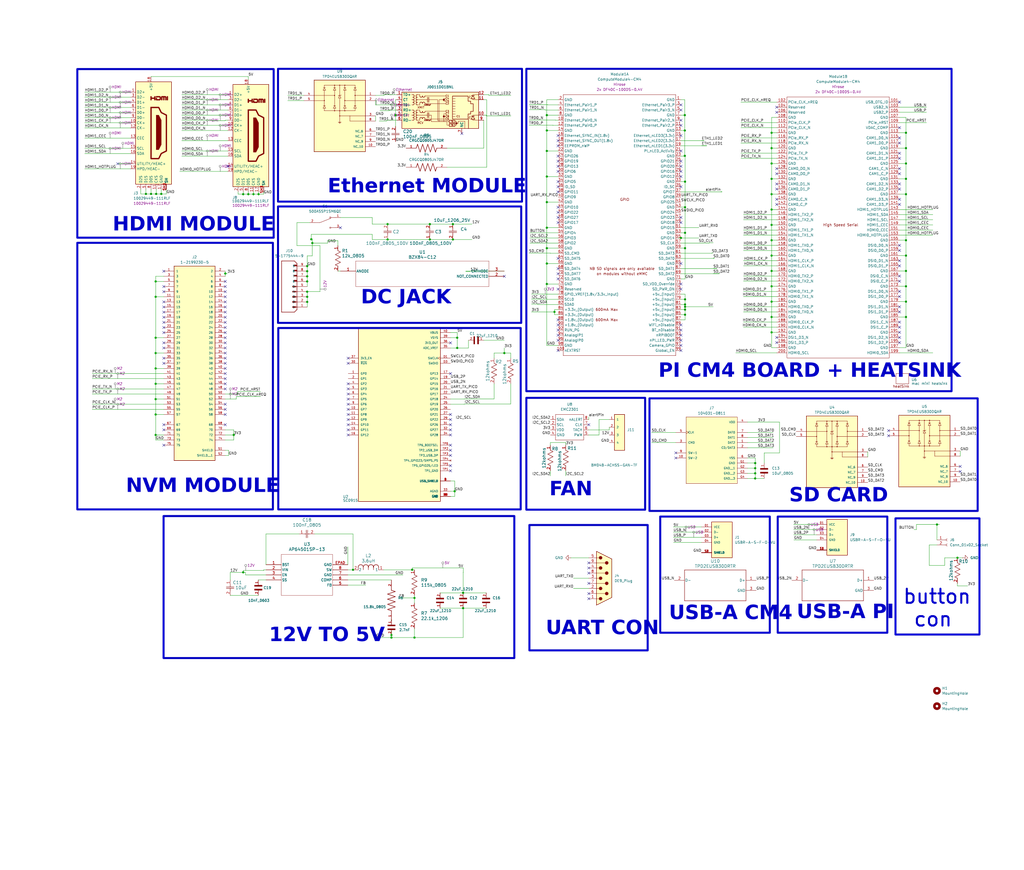
<source format=kicad_sch>
(kicad_sch (version 20231120) (generator "eeschema") (generator_version "8.0")
  (paper "User" 508 431.8)
  (lib_symbols
    (symbol "1-2199230-5:1-2199230-5" (pin_names (offset 1.016))
      (property "Reference" "J" (at -10.16 46.355 0))
      (property "Value" "1-2199230-5" (at -10.16 -53.34 0))
      (symbol "1-2199230-5_0_0"
        (pin passive line (at -15.24 43.18 0) (length 5.08) (name "1") (number "1"))
        (pin passive line (at 15.24 33.02 180) (length 5.08) (name "10") (number "10"))
        (pin passive line (at -15.24 30.48 0) (length 5.08) (name "11") (number "11"))
        (pin passive line (at 15.24 30.48 180) (length 5.08) (name "12") (number "12"))
        (pin passive line (at -15.24 27.94 0) (length 5.08) (name "13") (number "13"))
        (pin passive line (at 15.24 27.94 180) (length 5.08) (name "14") (number "14"))
        (pin passive line (at -15.24 25.4 0) (length 5.08) (name "15") (number "15"))
        (pin passive line (at 15.24 25.4 180) (length 5.08) (name "16") (number "16"))
        (pin passive line (at -15.24 22.86 0) (length 5.08) (name "17") (number "17"))
        (pin passive line (at 15.24 22.86 180) (length 5.08) (name "18") (number "18"))
        (pin passive line (at -15.24 20.32 0) (length 5.08) (name "19") (number "19"))
        (pin passive line (at 15.24 43.18 180) (length 5.08) (name "2") (number "2"))
        (pin passive line (at 15.24 20.32 180) (length 5.08) (name "20") (number "20"))
        (pin passive line (at -15.24 17.78 0) (length 5.08) (name "21") (number "21"))
        (pin passive line (at 15.24 17.78 180) (length 5.08) (name "22") (number "22"))
        (pin passive line (at -15.24 15.24 0) (length 5.08) (name "23") (number "23"))
        (pin passive line (at 15.24 15.24 180) (length 5.08) (name "24") (number "24"))
        (pin passive line (at -15.24 12.7 0) (length 5.08) (name "25") (number "25"))
        (pin passive line (at 15.24 12.7 180) (length 5.08) (name "26") (number "26"))
        (pin passive line (at -15.24 10.16 0) (length 5.08) (name "27") (number "27"))
        (pin passive line (at 15.24 10.16 180) (length 5.08) (name "28") (number "28"))
        (pin passive line (at -15.24 7.62 0) (length 5.08) (name "29") (number "29"))
        (pin passive line (at -15.24 40.64 0) (length 5.08) (name "3") (number "3"))
        (pin passive line (at 15.24 7.62 180) (length 5.08) (name "30") (number "30"))
        (pin passive line (at -15.24 5.08 0) (length 5.08) (name "31") (number "31"))
        (pin passive line (at 15.24 5.08 180) (length 5.08) (name "32") (number "32"))
        (pin passive line (at -15.24 2.54 0) (length 5.08) (name "33") (number "33"))
        (pin passive line (at 15.24 2.54 180) (length 5.08) (name "34") (number "34"))
        (pin passive line (at -15.24 0 0) (length 5.08) (name "35") (number "35"))
        (pin passive line (at 15.24 0 180) (length 5.08) (name "36") (number "36"))
        (pin passive line (at -15.24 -2.54 0) (length 5.08) (name "37") (number "37"))
        (pin passive line (at 15.24 -2.54 180) (length 5.08) (name "38") (number "38"))
        (pin passive line (at -15.24 -5.08 0) (length 5.08) (name "39") (number "39"))
        (pin passive line (at 15.24 40.64 180) (length 5.08) (name "4") (number "4"))
        (pin passive line (at 15.24 -5.08 180) (length 5.08) (name "40") (number "40"))
        (pin passive line (at -15.24 -7.62 0) (length 5.08) (name "41") (number "41"))
        (pin passive line (at 15.24 -7.62 180) (length 5.08) (name "42") (number "42"))
        (pin passive line (at -15.24 -10.16 0) (length 5.08) (name "43") (number "43"))
        (pin passive line (at 15.24 -10.16 180) (length 5.08) (name "44") (number "44"))
        (pin passive line (at -15.24 -12.7 0) (length 5.08) (name "45") (number "45"))
        (pin passive line (at 15.24 -12.7 180) (length 5.08) (name "46") (number "46"))
        (pin passive line (at -15.24 -15.24 0) (length 5.08) (name "47") (number "47"))
        (pin passive line (at 15.24 -15.24 180) (length 5.08) (name "48") (number "48"))
        (pin passive line (at -15.24 -17.78 0) (length 5.08) (name "49") (number "49"))
        (pin passive line (at -15.24 38.1 0) (length 5.08) (name "5") (number "5"))
        (pin passive line (at 15.24 -17.78 180) (length 5.08) (name "50") (number "50"))
        (pin passive line (at -15.24 -20.32 0) (length 5.08) (name "51") (number "51"))
        (pin passive line (at 15.24 -20.32 180) (length 5.08) (name "52") (number "52"))
        (pin passive line (at -15.24 -22.86 0) (length 5.08) (name "53") (number "53"))
        (pin passive line (at 15.24 -22.86 180) (length 5.08) (name "54") (number "54"))
        (pin passive line (at -15.24 -25.4 0) (length 5.08) (name "55") (number "55"))
        (pin passive line (at 15.24 -25.4 180) (length 5.08) (name "56") (number "56"))
        (pin passive line (at -15.24 -27.94 0) (length 5.08) (name "57") (number "57"))
        (pin passive line (at 15.24 -27.94 180) (length 5.08) (name "58") (number "58"))
        (pin passive line (at 15.24 38.1 180) (length 5.08) (name "6") (number "6"))
        (pin passive line (at -15.24 -33.02 0) (length 5.08) (name "67") (number "67"))
        (pin passive line (at 15.24 -33.02 180) (length 5.08) (name "68") (number "68"))
        (pin passive line (at -15.24 -35.56 0) (length 5.08) (name "69") (number "69"))
        (pin passive line (at -15.24 35.56 0) (length 5.08) (name "7") (number "7"))
        (pin passive line (at 15.24 -35.56 180) (length 5.08) (name "70") (number "70"))
        (pin passive line (at -15.24 -38.1 0) (length 5.08) (name "71") (number "71"))
        (pin passive line (at 15.24 -38.1 180) (length 5.08) (name "72") (number "72"))
        (pin passive line (at -15.24 -40.64 0) (length 5.08) (name "73") (number "73"))
        (pin passive line (at 15.24 -40.64 180) (length 5.08) (name "74") (number "74"))
        (pin passive line (at -15.24 -43.18 0) (length 5.08) (name "75") (number "75"))
        (pin passive line (at 15.24 35.56 180) (length 5.08) (name "8") (number "8"))
        (pin passive line (at -15.24 33.02 0) (length 5.08) (name "9") (number "9"))
        (pin passive line (at 15.24 -45.72 180) (length 5.08) (name "SHIELD") (number "S1"))
        (pin passive line (at 15.24 -48.26 180) (length 5.08) (name "SHIELD__1") (number "S2"))
      )
    )
    (symbol "104031-0811:104031-0811" (pin_names (offset 1.016))
      (property "Reference" "J" (at -12.7 13.462 0))
      (property "Value" "104031-0811" (at -12.7 -22.86 0))
      (symbol "104031-0811_0_0"
        (pin bidirectional line (at 17.78 0 180) (length 5.08) (name "DAT2") (number "1"))
        (pin passive line (at -17.78 -7.62 0) (length 5.08) (name "SW-2") (number "10"))
        (pin bidirectional line (at 17.78 -2.54 180) (length 5.08) (name "CD/DAT3") (number "2"))
        (pin bidirectional line (at -17.78 0 0) (length 5.08) (name "CMD") (number "3"))
        (pin power_in line (at 17.78 10.16 180) (length 5.08) (name "VDD") (number "4"))
        (pin input clock (at -17.78 5.08 0) (length 5.08) (name "CLK") (number "5"))
        (pin power_in line (at 17.78 -7.62 180) (length 5.08) (name "VSS") (number "6"))
        (pin bidirectional line (at 17.78 5.08 180) (length 5.08) (name "DAT0") (number "7"))
        (pin bidirectional line (at 17.78 2.54 180) (length 5.08) (name "DAT1") (number "8"))
        (pin passive line (at -17.78 -5.08 0) (length 5.08) (name "SW-1") (number "9"))
        (pin power_in line (at 17.78 -10.16 180) (length 5.08) (name "GND") (number "G1"))
        (pin power_in line (at 17.78 -12.7 180) (length 5.08) (name "GND__1") (number "G2"))
        (pin power_in line (at 17.78 -15.24 180) (length 5.08) (name "GND__2") (number "G3"))
        (pin power_in line (at 17.78 -17.78 180) (length 5.08) (name "GND__3") (number "G4"))
      )
    )
    (symbol "2023-12-21_14-00-25:AP64501SP-13" (pin_names (offset 0.254))
      (property "Reference" "U" (at 20.32 10.16 0))
      (property "Value" "AP64501SP-13" (at 20.32 7.62 0))
      (symbol "AP64501SP-13_0_1"
        (pin power_in line (at 0 0 0) (length 7.62) (name "BST") (number "1"))
        (pin power_in line (at 0 -2.54 0) (length 7.62) (name "VIN") (number "2"))
        (pin input line (at 0 -5.08 0) (length 7.62) (name "EN") (number "3"))
        (pin input line (at 0 -7.62 0) (length 7.62) (name "SS") (number "4"))
        (pin input line (at 40.64 -10.16 180) (length 7.62) (name "FB") (number "5"))
        (pin unspecified line (at 40.64 -7.62 180) (length 7.62) (name "COMP") (number "6"))
        (pin power_out line (at 40.64 -5.08 180) (length 7.62) (name "GND") (number "7"))
        (pin output line (at 40.64 -2.54 180) (length 7.62) (name "SW") (number "8"))
        (pin power_out line (at 40.64 0 180) (length 7.62) (name "GND") (number "EPAD"))
      )
    )
    (symbol "2023-12-28_17-29-06:RC0402FR-0712KL" (pin_names (offset 0.254))
      (property "Reference" "R" (at 5.715 3.81 0))
      (property "Value" "12kohms" (at 6.35 -3.81 0))
      (symbol "RC0402FR-0712KL_1_1"
        (pin unspecified line (at 12.7 0 180) (length 2.54) (name "") (number "1"))
        (pin unspecified line (at 0 0 0) (length 2.54) (name "") (number "2"))
      )
      (symbol "RC0402FR-0712KL_1_2"
        (pin unspecified line (at 0 12.7 270) (length 2.54) (name "") (number "1"))
        (pin unspecified line (at 0 0 90) (length 2.54) (name "") (number "2"))
      )
    )
    (symbol "2023-12-30_17-20-00:TPD2EUSB30DRTR" (pin_names (offset 0.254))
      (property "Reference" "U" (at 0 2.54 0))
      (property "Value" "TPD2EUSB30DRTR" (at 0 0 0))
      (symbol "TPD2EUSB30DRTR_0_1"
        (pin unspecified line (at 20.32 2.54 180) (length 5.08) (name "D+") (number "1"))
        (pin unspecified line (at -20.32 2.54 0) (length 5.08) (name "D-") (number "2"))
        (pin power_in line (at 20.32 -2.54 180) (length 5.08) (name "GND") (number "3"))
      )
    )
    (symbol "2024-05-07_17-25-14:BZX84-C12" (pin_names (offset 0.254))
      (property "Reference" "U" (at 40.64 10.16 0))
      (property "Value" "BZX84-C12" (at 40.64 7.62 0))
      (symbol "BZX84-C12_0_1"
        (pin unspecified line (at 0 0 0) (length 7.62) (name "ANODE") (number "1"))
        (pin unspecified line (at 81.28 -2.54 180) (length 7.62) (name "NOT_CONNECTED") (number "2"))
        (pin unspecified line (at 81.28 0 180) (length 7.62) (name "CATHODE") (number "3"))
      )
    )
    (symbol "2024-05-07_17-27-47:WR08X123_JTL" (pin_names (offset 0.254))
      (property "Reference" "R" (at 5.715 3.81 0))
      (property "Value" "12k_0805" (at 6.35 -3.81 0))
      (symbol "WR08X123_JTL_1_1"
        (pin unspecified line (at 0 0 0) (length 2.54) (name "") (number "1"))
        (pin unspecified line (at 12.7 0 180) (length 2.54) (name "") (number "2"))
      )
      (symbol "WR08X123_JTL_1_2"
        (pin unspecified line (at 0 12.7 270) (length 2.54) (name "") (number "1"))
        (pin unspecified line (at 0 0 90) (length 2.54) (name "") (number "2"))
      )
    )
    (symbol "500ASSP1SM6QE:500ASSP1SM6QE" (pin_names (offset 1.016))
      (property "Reference" "S" (at -2.54 5.08 0))
      (property "Value" "500ASSP1SM6QE" (at -2.54 -5.08 0))
      (symbol "500ASSP1SM6QE_0_0"
        (pin passive line (at 7.62 2.54 180) (length 2.54) (name "~") (number "1"))
        (pin passive line (at -7.62 0 0) (length 2.54) (name "~") (number "2"))
        (pin passive line (at 7.62 -2.54 180) (length 2.54) (name "~") (number "3"))
      )
    )
    (symbol "C3216X5R1E106M160AB_1" (pin_names (offset 0.254))
      (property "Reference" "C" (at 3.81 3.81 0))
      (property "Value" "10uF_1206_25V" (at 3.81 -3.81 0))
      (symbol "C3216X5R1E106M160AB_1_1_1"
        (pin unspecified line (at 0 0 0) (length 2.54) (name "") (number "1"))
        (pin unspecified line (at 7.62 0 180) (length 2.54) (name "") (number "2"))
      )
      (symbol "C3216X5R1E106M160AB_1_1_2"
        (pin unspecified line (at 0 0 270) (length 2.54) (name "") (number "1"))
        (pin unspecified line (at 0 -7.62 90) (length 2.54) (name "") (number "2"))
      )
    )
    (symbol "CC0603JRX7R8BB103_1" (pin_names (offset 1.016))
      (property "Reference" "C" (at 0 3.81 0))
      (property "Value" "10nF_0603" (at 0 -5.08 0))
      (symbol "CC0603JRX7R8BB103_1_0_0"
        (pin passive line (at 5.08 0 180) (length 2.54) (name "~") (number "1"))
        (pin passive line (at -2.54 0 0) (length 2.54) (name "~") (number "2"))
      )
    )
    (symbol "CC0603KRX7R9BB272_1" (pin_names (offset 1.016))
      (property "Reference" "C" (at 0 3.81 0))
      (property "Value" "2.7nF" (at 0 -5.08 0))
      (symbol "CC0603KRX7R9BB272_1_0_0"
        (pin passive line (at 5.08 0 180) (length 2.54) (name "~") (number "1"))
        (pin passive line (at -2.54 0 0) (length 2.54) (name "~") (number "2"))
      )
    )
    (symbol "CC0805ZRY5V7BB104_1" (pin_names (offset 0.254))
      (property "Reference" "C" (at 3.81 3.81 0))
      (property "Value" "100nF_0805" (at 3.81 -3.81 0))
      (symbol "CC0805ZRY5V7BB104_1_1_1"
        (pin unspecified line (at 0 0 0) (length 2.54) (name "") (number "1"))
        (pin unspecified line (at 7.62 0 180) (length 2.54) (name "") (number "2"))
      )
      (symbol "CC0805ZRY5V7BB104_1_1_2"
        (pin unspecified line (at 0 0 270) (length 2.54) (name "") (number "1"))
        (pin unspecified line (at 0 -7.62 90) (length 2.54) (name "") (number "2"))
      )
    )
    (symbol "CGA4J2X7R2A104K125AA_1" (pin_names (offset 0.254))
      (property "Reference" "C" (at 3.81 3.81 0))
      (property "Value" "100nF_0805_100V" (at 3.81 -3.81 0))
      (symbol "CGA4J2X7R2A104K125AA_1_1_1"
        (pin unspecified line (at 0 0 0) (length 2.54) (name "") (number "1"))
        (pin unspecified line (at 7.62 0 180) (length 2.54) (name "") (number "2"))
      )
      (symbol "CGA4J2X7R2A104K125AA_1_1_2"
        (pin unspecified line (at 0 0 270) (length 2.54) (name "") (number "1"))
        (pin unspecified line (at 0 -7.62 90) (length 2.54) (name "") (number "2"))
      )
    )
    (symbol "CL21A106KQFNNNG_1" (pin_names (offset 1.016))
      (property "Reference" "C" (at 0 3.81 0))
      (property "Value" "10uF_0805" (at 0 -5.08 0))
      (symbol "CL21A106KQFNNNG_1_0_0"
        (pin passive line (at 5.08 0 180) (length 2.54) (name "~") (number "1"))
        (pin passive line (at -2.54 0 0) (length 2.54) (name "~") (number "2"))
      )
    )
    (symbol "CL31A106MAHNNNE_1" (pin_names (offset 0.254))
      (property "Reference" "C" (at 3.81 3.81 0))
      (property "Value" "10uF" (at 3.81 -3.81 0))
      (symbol "CL31A106MAHNNNE_1_1_1"
        (pin unspecified line (at 0 0 0) (length 2.54) (name "") (number "1"))
        (pin unspecified line (at 7.62 0 180) (length 2.54) (name "") (number "2"))
      )
      (symbol "CL31A106MAHNNNE_1_1_2"
        (pin unspecified line (at 0 0 270) (length 2.54) (name "") (number "1"))
        (pin unspecified line (at 0 -7.62 90) (length 2.54) (name "") (number "2"))
      )
    )
    (symbol "CM4IO:ComputeModule4-CM4"
      (property "Reference" "Module" (at 113.03 -68.58 0))
      (property "Value" "ComputeModule4-CM4" (at 140.97 2.54 0))
      (property "Field4" "Hirose" (at 0 0 0))
      (property "Field5" "2x DF40C-100DS-0.4V" (at 0 -2.54 0))
      (symbol "ComputeModule4-CM4_1_0"
        (text "GPIO" (at 0 6.35 0) (effects (font (size 1.27 1.27))))
      )
      (symbol "ComputeModule4-CM4_1_1"
        (text "600mA Max" (at -8.89 -53.34 0) (effects (font (size 1.27 1.27))))
        (text "600mA Max" (at -8.89 -48.26 0) (effects (font (size 1.27 1.27))))
        (text "NB SD signals are only available" (at -1.27 -27.94 0) (effects (font (size 1.27 1.27))))
        (text "on modules without eMMC" (at -1.27 -30.48 0) (effects (font (size 1.27 1.27))))
        (pin power_in line (at 27.94 55.88 180) (length 2.54) (name "GND") (number "1"))
        (pin passive line (at -33.02 45.72 0) (length 2.54) (name "Ethernet_Pair0_N") (number "10"))
        (pin output line (at -33.02 -68.58 0) (length 2.54) (name "nEXTRST") (number "100"))
        (pin passive line (at 27.94 43.18 180) (length 2.54) (name "Ethernet_Pair2_P") (number "11"))
        (pin passive line (at -33.02 43.18 0) (length 2.54) (name "Ethernet_Pair0_P") (number "12"))
        (pin power_in line (at 27.94 40.64 180) (length 2.54) (name "GND") (number "13"))
        (pin power_in line (at -33.02 40.64 0) (length 2.54) (name "GND") (number "14"))
        (pin output line (at 27.94 38.1 180) (length 2.54) (name "Ethernet_nLED3(3.3v)") (number "15"))
        (pin input line (at -33.02 38.1 0) (length 2.54) (name "Ethernet_SYNC_IN(1.8v)") (number "16"))
        (pin output line (at 27.94 35.56 180) (length 2.54) (name "Ethernet_nLED2(3.3v)") (number "17"))
        (pin input line (at -33.02 35.56 0) (length 2.54) (name "Ethernet_SYNC_OUT(1.8v)") (number "18"))
        (pin output line (at 27.94 33.02 180) (length 2.54) (name "Ethernet_nLED1(3.3v)") (number "19"))
        (pin power_in line (at -33.02 55.88 0) (length 2.54) (name "GND") (number "2"))
        (pin passive line (at -33.02 33.02 0) (length 2.54) (name "EEPROM_nWP") (number "20"))
        (pin open_collector line (at 27.94 30.48 180) (length 2.54) (name "PI_nLED_Activity") (number "21"))
        (pin power_in line (at -33.02 30.48 0) (length 2.54) (name "GND") (number "22"))
        (pin power_in line (at 27.94 27.94 180) (length 2.54) (name "GND") (number "23"))
        (pin passive line (at -33.02 27.94 0) (length 2.54) (name "GPIO26") (number "24"))
        (pin passive line (at 27.94 25.4 180) (length 2.54) (name "GPIO21") (number "25"))
        (pin passive line (at -33.02 25.4 0) (length 2.54) (name "GPIO19") (number "26"))
        (pin passive line (at 27.94 22.86 180) (length 2.54) (name "GPIO20") (number "27"))
        (pin passive line (at -33.02 22.86 0) (length 2.54) (name "GPIO13") (number "28"))
        (pin passive line (at 27.94 20.32 180) (length 2.54) (name "GPIO16") (number "29"))
        (pin passive line (at 27.94 53.34 180) (length 2.54) (name "Ethernet_Pair3_P") (number "3"))
        (pin passive line (at -33.02 20.32 0) (length 2.54) (name "GPIO6") (number "30"))
        (pin passive line (at 27.94 17.78 180) (length 2.54) (name "GPIO12") (number "31"))
        (pin power_in line (at -33.02 17.78 0) (length 2.54) (name "GND") (number "32"))
        (pin power_in line (at 27.94 15.24 180) (length 2.54) (name "GND") (number "33"))
        (pin passive line (at -33.02 15.24 0) (length 2.54) (name "GPIO5") (number "34"))
        (pin passive line (at 27.94 12.7 180) (length 2.54) (name "ID_SC") (number "35"))
        (pin passive line (at -33.02 12.7 0) (length 2.54) (name "ID_SD") (number "36"))
        (pin passive line (at 27.94 10.16 180) (length 2.54) (name "GPIO7") (number "37"))
        (pin passive line (at -33.02 10.16 0) (length 2.54) (name "GPIO11") (number "38"))
        (pin passive line (at 27.94 7.62 180) (length 2.54) (name "GPIO8") (number "39"))
        (pin passive line (at -33.02 53.34 0) (length 2.54) (name "Ethernet_Pair1_P") (number "4"))
        (pin passive line (at -33.02 7.62 0) (length 2.54) (name "GPIO9") (number "40"))
        (pin passive line (at 27.94 5.08 180) (length 2.54) (name "GPIO25") (number "41"))
        (pin power_in line (at -33.02 5.08 0) (length 2.54) (name "GND") (number "42"))
        (pin power_in line (at 27.94 2.54 180) (length 2.54) (name "GND") (number "43"))
        (pin passive line (at -33.02 2.54 0) (length 2.54) (name "GPIO10") (number "44"))
        (pin passive line (at 27.94 0 180) (length 2.54) (name "GPIO24") (number "45"))
        (pin passive line (at -33.02 0 0) (length 2.54) (name "GPIO22") (number "46"))
        (pin passive line (at 27.94 -2.54 180) (length 2.54) (name "GPIO23") (number "47"))
        (pin passive line (at -33.02 -2.54 0) (length 2.54) (name "GPIO27") (number "48"))
        (pin passive line (at 27.94 -5.08 180) (length 2.54) (name "GPIO18") (number "49"))
        (pin passive line (at 27.94 50.8 180) (length 2.54) (name "Ethernet_Pair3_N") (number "5"))
        (pin passive line (at -33.02 -5.08 0) (length 2.54) (name "GPIO17") (number "50"))
        (pin passive line (at 27.94 -7.62 180) (length 2.54) (name "GPIO15") (number "51"))
        (pin power_in line (at -33.02 -7.62 0) (length 2.54) (name "GND") (number "52"))
        (pin power_in line (at 27.94 -10.16 180) (length 2.54) (name "GND") (number "53"))
        (pin passive line (at -33.02 -10.16 0) (length 2.54) (name "GPIO4") (number "54"))
        (pin passive line (at 27.94 -12.7 180) (length 2.54) (name "GPIO14") (number "55"))
        (pin passive line (at -33.02 -12.7 0) (length 2.54) (name "GPIO3") (number "56"))
        (pin passive line (at 27.94 -15.24 180) (length 2.54) (name "SD_CLK") (number "57"))
        (pin passive line (at -33.02 -15.24 0) (length 2.54) (name "GPIO2") (number "58"))
        (pin power_in line (at 27.94 -17.78 180) (length 2.54) (name "GND") (number "59"))
        (pin passive line (at -33.02 50.8 0) (length 2.54) (name "Ethernet_Pair1_N") (number "6"))
        (pin power_in line (at -33.02 -17.78 0) (length 2.54) (name "GND") (number "60"))
        (pin passive line (at 27.94 -20.32 180) (length 2.54) (name "SD_DAT3") (number "61"))
        (pin passive line (at -33.02 -20.32 0) (length 2.54) (name "SD_CMD") (number "62"))
        (pin passive line (at 27.94 -22.86 180) (length 2.54) (name "SD_DAT0") (number "63"))
        (pin passive line (at -33.02 -22.86 0) (length 2.54) (name "SD_DAT5") (number "64"))
        (pin power_in line (at 27.94 -25.4 180) (length 2.54) (name "GND") (number "65"))
        (pin power_in line (at -33.02 -25.4 0) (length 2.54) (name "GND") (number "66"))
        (pin passive line (at 27.94 -27.94 180) (length 2.54) (name "SD_DAT1") (number "67"))
        (pin passive line (at -33.02 -27.94 0) (length 2.54) (name "SD_DAT4") (number "68"))
        (pin passive line (at 27.94 -30.48 180) (length 2.54) (name "SD_DAT2") (number "69"))
        (pin power_in line (at 27.94 48.26 180) (length 2.54) (name "GND") (number "7"))
        (pin passive line (at -33.02 -30.48 0) (length 2.54) (name "SD_DAT7") (number "70"))
        (pin power_in line (at 27.94 -33.02 180) (length 2.54) (name "GND") (number "71"))
        (pin passive line (at -33.02 -33.02 0) (length 2.54) (name "SD_DAT6") (number "72"))
        (pin input line (at 27.94 -35.56 180) (length 2.54) (name "SD_VDD_Override") (number "73"))
        (pin power_in line (at -33.02 -35.56 0) (length 2.54) (name "GND") (number "74"))
        (pin output line (at 27.94 -38.1 180) (length 2.54) (name "SD_PWR_ON") (number "75"))
        (pin passive line (at -33.02 -38.1 0) (length 2.54) (name "Reserved") (number "76"))
        (pin power_in line (at 27.94 -40.64 180) (length 2.54) (name "+5v_(Input)") (number "77"))
        (pin power_in line (at -33.02 -40.64 0) (length 2.54) (name "GPIO_VREF(1.8v/3.3v_Input)") (number "78"))
        (pin power_in line (at 27.94 -43.18 180) (length 2.54) (name "+5v_(Input)") (number "79"))
        (pin power_in line (at -33.02 48.26 0) (length 2.54) (name "GND") (number "8"))
        (pin passive line (at -33.02 -43.18 0) (length 2.54) (name "SCL0") (number "80"))
        (pin power_in line (at 27.94 -45.72 180) (length 2.54) (name "+5v_(Input)") (number "81"))
        (pin passive line (at -33.02 -45.72 0) (length 2.54) (name "SDA0") (number "82"))
        (pin power_in line (at 27.94 -48.26 180) (length 2.54) (name "+5v_(Input)") (number "83"))
        (pin power_out line (at -33.02 -48.26 0) (length 2.54) (name "+3.3v_(Output)") (number "84"))
        (pin power_in line (at 27.94 -50.8 180) (length 2.54) (name "+5v_(Input)") (number "85"))
        (pin power_out line (at -33.02 -50.8 0) (length 2.54) (name "+3.3v_(Output)") (number "86"))
        (pin power_in line (at 27.94 -53.34 180) (length 2.54) (name "+5v_(Input)") (number "87"))
        (pin power_out line (at -33.02 -53.34 0) (length 2.54) (name "+1.8v_(Output)") (number "88"))
        (pin power_in line (at 27.94 -55.88 180) (length 2.54) (name "WiFi_nDisable") (number "89"))
        (pin passive line (at 27.94 45.72 180) (length 2.54) (name "Ethernet_Pair2_N") (number "9"))
        (pin power_out line (at -33.02 -55.88 0) (length 2.54) (name "+1.8v_(Output)") (number "90"))
        (pin power_in line (at 27.94 -58.42 180) (length 2.54) (name "BT_nDisable") (number "91"))
        (pin passive line (at -33.02 -58.42 0) (length 2.54) (name "RUN_PG") (number "92"))
        (pin input line (at 27.94 -60.96 180) (length 2.54) (name "nRPIBOOT") (number "93"))
        (pin passive line (at -33.02 -60.96 0) (length 2.54) (name "AnalogIP1") (number "94"))
        (pin output line (at 27.94 -63.5 180) (length 2.54) (name "nPI_LED_PWR") (number "95"))
        (pin passive line (at -33.02 -63.5 0) (length 2.54) (name "AnalogIP0") (number "96"))
        (pin passive line (at 27.94 -66.04 180) (length 2.54) (name "Camera_GPIO") (number "97"))
        (pin power_in line (at -33.02 -66.04 0) (length 2.54) (name "GND") (number "98"))
        (pin input line (at 27.94 -68.58 180) (length 2.54) (name "Global_EN") (number "99"))
      )
      (symbol "ComputeModule4-CM4_2_1"
        (text "High Speed Serial" (at 140.97 0 0) (effects (font (size 1.27 1.27))))
        (pin input line (at 170.18 60.96 180) (length 5.08) (name "USB_OTG_ID") (number "101"))
        (pin input line (at 109.22 60.96 0) (length 5.08) (name "PCIe_CLK_nREQ") (number "102"))
        (pin passive line (at 170.18 58.42 180) (length 5.08) (name "USB2_N") (number "103"))
        (pin passive line (at 109.22 58.42 0) (length 5.08) (name "Reserved") (number "104"))
        (pin passive line (at 170.18 55.88 180) (length 5.08) (name "USB2_P") (number "105"))
        (pin passive line (at 109.22 55.88 0) (length 5.08) (name "Reserved") (number "106"))
        (pin power_in line (at 170.18 53.34 180) (length 5.08) (name "GND") (number "107"))
        (pin power_in line (at 109.22 53.34 0) (length 5.08) (name "GND") (number "108"))
        (pin bidirectional line (at 170.18 50.8 180) (length 5.08) (name "PCIe_nRST") (number "109"))
        (pin output line (at 109.22 50.8 0) (length 5.08) (name "PCIe_CLK_P") (number "110"))
        (pin passive line (at 170.18 48.26 180) (length 5.08) (name "VDAC_COMP") (number "111"))
        (pin output line (at 109.22 48.26 0) (length 5.08) (name "PCIe_CLK_N") (number "112"))
        (pin power_in line (at 170.18 45.72 180) (length 5.08) (name "GND") (number "113"))
        (pin power_in line (at 109.22 45.72 0) (length 5.08) (name "GND") (number "114"))
        (pin input line (at 170.18 43.18 180) (length 5.08) (name "CAM1_D0_N") (number "115"))
        (pin input line (at 109.22 43.18 0) (length 5.08) (name "PCIe_RX_P") (number "116"))
        (pin input line (at 170.18 40.64 180) (length 5.08) (name "CAM1_D0_P") (number "117"))
        (pin input line (at 109.22 40.64 0) (length 5.08) (name "PCIe_RX_N") (number "118"))
        (pin power_in line (at 170.18 38.1 180) (length 5.08) (name "GND") (number "119"))
        (pin power_in line (at 109.22 38.1 0) (length 5.08) (name "GND") (number "120"))
        (pin input line (at 170.18 35.56 180) (length 5.08) (name "CAM1_D1_N") (number "121"))
        (pin output line (at 109.22 35.56 0) (length 5.08) (name "PCIe_TX_P") (number "122"))
        (pin input line (at 170.18 33.02 180) (length 5.08) (name "CAM1_D1_P") (number "123"))
        (pin output line (at 109.22 33.02 0) (length 5.08) (name "PCIe_TX_N") (number "124"))
        (pin power_in line (at 170.18 30.48 180) (length 5.08) (name "GND") (number "125"))
        (pin power_in line (at 109.22 30.48 0) (length 5.08) (name "GND") (number "126"))
        (pin input line (at 170.18 27.94 180) (length 5.08) (name "CAM1_C_N") (number "127"))
        (pin input line (at 109.22 27.94 0) (length 5.08) (name "CAM0_D0_N") (number "128"))
        (pin input line (at 170.18 25.4 180) (length 5.08) (name "CAM1_C_P") (number "129"))
        (pin input line (at 109.22 25.4 0) (length 5.08) (name "CAM0_D0_P") (number "130"))
        (pin power_in line (at 170.18 22.86 180) (length 5.08) (name "GND") (number "131"))
        (pin power_in line (at 109.22 22.86 0) (length 5.08) (name "GND") (number "132"))
        (pin input line (at 170.18 20.32 180) (length 5.08) (name "CAM1_D2_N") (number "133"))
        (pin input line (at 109.22 20.32 0) (length 5.08) (name "CAM0_D1_N") (number "134"))
        (pin input line (at 170.18 17.78 180) (length 5.08) (name "CAM1_D2_P") (number "135"))
        (pin input line (at 109.22 17.78 0) (length 5.08) (name "CAM0_D1_P") (number "136"))
        (pin power_in line (at 170.18 15.24 180) (length 5.08) (name "GND") (number "137"))
        (pin power_in line (at 109.22 15.24 0) (length 5.08) (name "GND") (number "138"))
        (pin input line (at 170.18 12.7 180) (length 5.08) (name "CAM1_D3_N") (number "139"))
        (pin input line (at 109.22 12.7 0) (length 5.08) (name "CAM0_C_N") (number "140"))
        (pin input line (at 170.18 10.16 180) (length 5.08) (name "CAM1_D3_P") (number "141"))
        (pin input line (at 109.22 10.16 0) (length 5.08) (name "CAM0_C_P") (number "142"))
        (pin input line (at 170.18 7.62 180) (length 5.08) (name "HDMI1_HOTPLUG") (number "143"))
        (pin power_in line (at 109.22 7.62 0) (length 5.08) (name "GND") (number "144"))
        (pin bidirectional line (at 170.18 5.08 180) (length 5.08) (name "HDMI1_SDA") (number "145"))
        (pin output line (at 109.22 5.08 0) (length 5.08) (name "HDMI1_TX2_P") (number "146"))
        (pin open_collector line (at 170.18 2.54 180) (length 5.08) (name "HDMI1_SCL") (number "147"))
        (pin output line (at 109.22 2.54 0) (length 5.08) (name "HDMI1_TX2_N") (number "148"))
        (pin open_collector line (at 170.18 0 180) (length 5.08) (name "HDMI1_CEC") (number "149"))
        (pin power_in line (at 109.22 0 0) (length 5.08) (name "GND") (number "150"))
        (pin open_collector line (at 170.18 -2.54 180) (length 5.08) (name "HDMI0_CEC") (number "151"))
        (pin output line (at 109.22 -2.54 0) (length 5.08) (name "HDMI1_TX1_P") (number "152"))
        (pin input line (at 170.18 -5.08 180) (length 5.08) (name "HDMI0_HOTPLUG") (number "153"))
        (pin output line (at 109.22 -5.08 0) (length 5.08) (name "HDMI1_TX1_N") (number "154"))
        (pin power_in line (at 170.18 -7.62 180) (length 5.08) (name "GND") (number "155"))
        (pin power_in line (at 109.22 -7.62 0) (length 5.08) (name "GND") (number "156"))
        (pin output line (at 170.18 -10.16 180) (length 5.08) (name "DSI0_D0_N") (number "157"))
        (pin output line (at 109.22 -10.16 0) (length 5.08) (name "HDMI1_TX0_P") (number "158"))
        (pin output line (at 170.18 -12.7 180) (length 5.08) (name "DSI0_D0_P") (number "159"))
        (pin output line (at 109.22 -12.7 0) (length 5.08) (name "HDMI1_TX0_N") (number "160"))
        (pin power_in line (at 170.18 -15.24 180) (length 5.08) (name "GND") (number "161"))
        (pin power_in line (at 109.22 -15.24 0) (length 5.08) (name "GND") (number "162"))
        (pin output line (at 170.18 -17.78 180) (length 5.08) (name "DSI0_D1_N") (number "163"))
        (pin output line (at 109.22 -17.78 0) (length 5.08) (name "HDMI1_CLK_P") (number "164"))
        (pin output line (at 170.18 -20.32 180) (length 5.08) (name "DSI0_D1_P") (number "165"))
        (pin output line (at 109.22 -20.32 0) (length 5.08) (name "HDMI1_CLK_N") (number "166"))
        (pin power_in line (at 170.18 -22.86 180) (length 5.08) (name "GND") (number "167"))
        (pin power_in line (at 109.22 -22.86 0) (length 5.08) (name "GND") (number "168"))
        (pin output line (at 170.18 -25.4 180) (length 5.08) (name "DSI0_C_N") (number "169"))
        (pin output line (at 109.22 -25.4 0) (length 5.08) (name "HDMI0_TX2_P") (number "170"))
        (pin output line (at 170.18 -27.94 180) (length 5.08) (name "DSI0_C_P") (number "171"))
        (pin output line (at 109.22 -27.94 0) (length 5.08) (name "HDMI0_TX2_N") (number "172"))
        (pin power_in line (at 170.18 -30.48 180) (length 5.08) (name "GND") (number "173"))
        (pin power_in line (at 109.22 -30.48 0) (length 5.08) (name "GND") (number "174"))
        (pin output line (at 170.18 -33.02 180) (length 5.08) (name "DSI1_D0_N") (number "175"))
        (pin output line (at 109.22 -33.02 0) (length 5.08) (name "HDMI0_TX1_P") (number "176"))
        (pin output line (at 170.18 -35.56 180) (length 5.08) (name "DSI1_D0_P") (number "177"))
        (pin output line (at 109.22 -35.56 0) (length 5.08) (name "HDMI0_TX1_N") (number "178"))
        (pin power_in line (at 170.18 -38.1 180) (length 5.08) (name "GND") (number "179"))
        (pin power_in line (at 109.22 -38.1 0) (length 5.08) (name "GND") (number "180"))
        (pin output line (at 170.18 -40.64 180) (length 5.08) (name "DSI1_D1_N") (number "181"))
        (pin output line (at 109.22 -40.64 0) (length 5.08) (name "HDMI0_TX0_P") (number "182"))
        (pin output line (at 170.18 -43.18 180) (length 5.08) (name "DSI1_D1_P") (number "183"))
        (pin output line (at 109.22 -43.18 0) (length 5.08) (name "HDMI0_TX0_N") (number "184"))
        (pin power_in line (at 170.18 -45.72 180) (length 5.08) (name "GND") (number "185"))
        (pin power_in line (at 109.22 -45.72 0) (length 5.08) (name "GND") (number "186"))
        (pin output line (at 170.18 -48.26 180) (length 5.08) (name "DSI1_C_N") (number "187"))
        (pin output line (at 109.22 -48.26 0) (length 5.08) (name "HDMI0_CLK_P") (number "188"))
        (pin output line (at 170.18 -50.8 180) (length 5.08) (name "DSI1_C_P") (number "189"))
        (pin output line (at 109.22 -50.8 0) (length 5.08) (name "HDMI0_CLK_N") (number "190"))
        (pin power_in line (at 170.18 -53.34 180) (length 5.08) (name "GND") (number "191"))
        (pin power_in line (at 109.22 -53.34 0) (length 5.08) (name "GND") (number "192"))
        (pin output line (at 170.18 -55.88 180) (length 5.08) (name "DSI1_D2_N") (number "193"))
        (pin output line (at 109.22 -55.88 0) (length 5.08) (name "DSI1_D3_N") (number "194"))
        (pin output line (at 170.18 -58.42 180) (length 5.08) (name "DSI1_D2_P") (number "195"))
        (pin output line (at 109.22 -58.42 0) (length 5.08) (name "DSI1_D3_P") (number "196"))
        (pin power_in line (at 170.18 -60.96 180) (length 5.08) (name "GND") (number "197"))
        (pin power_in line (at 109.22 -60.96 0) (length 5.08) (name "GND") (number "198"))
        (pin bidirectional line (at 170.18 -63.5 180) (length 5.08) (name "HDMI0_SDA") (number "199"))
        (pin open_collector line (at 109.22 -63.5 0) (length 5.08) (name "HDMI0_SCL") (number "200"))
      )
    )
    (symbol "CM4IO:EMC2301"
      (property "Reference" "U" (at -7.62 13.97 0))
      (property "Value" "EMC2301" (at -1.27 -1.27 0))
      (symbol "EMC2301_0_0"
        (pin open_collector line (at -11.43 10.16 0) (length 2.54) (name "SDA") (number "1"))
        (pin open_collector line (at -11.43 7.62 0) (length 2.54) (name "SCL") (number "2"))
        (pin power_in line (at -11.43 5.08 0) (length 2.54) (name "VDD") (number "3"))
        (pin power_in line (at -11.43 2.54 0) (length 2.54) (name "GND") (number "4"))
        (pin output line (at 7.62 2.54 180) (length 2.54) (name "PWM") (number "5"))
        (pin input line (at 7.62 5.08 180) (length 2.54) (name "TACH") (number "6"))
        (pin input line (at 7.62 7.62 180) (length 2.54) (name "CLK") (number "7"))
        (pin open_collector line (at 7.62 10.16 180) (length 2.54) (name "nALERT") (number "8"))
      )
    )
    (symbol "CM4IO:HDMI_A_1.4"
      (property "Reference" "J" (at -6.35 26.67 0))
      (property "Value" "10029449-111RLF" (at 10.16 26.67 0))
      (property "Part Number" "10029449-111RLF" (at 0 0 0))
      (symbol "HDMI_A_1.4_0_0"
        (pin passive line (at 7.62 -27.94 90) (length 2.54) (name "SH") (number "SH2"))
        (pin passive line (at 7.62 -27.94 90) (length 2.54) (name "SH") (number "SH3"))
        (pin passive line (at 7.62 -27.94 90) (length 2.54) (name "SH") (number "SH4"))
      )
      (symbol "HDMI_A_1.4_1_1"
        (pin passive line (at -10.16 20.32 0) (length 2.54) (name "D2+") (number "1"))
        (pin passive line (at -10.16 5.08 0) (length 2.54) (name "CK+") (number "10"))
        (pin power_in line (at 2.54 -27.94 90) (length 2.54) (name "CKS") (number "11"))
        (pin passive line (at -10.16 2.54 0) (length 2.54) (name "CK-") (number "12"))
        (pin bidirectional line (at -10.16 -2.54 0) (length 2.54) (name "CEC") (number "13"))
        (pin passive line (at -10.16 -15.24 0) (length 2.54) (name "UTILITY/HEAC+") (number "14"))
        (pin passive line (at -10.16 -7.62 0) (length 2.54) (name "SCL") (number "15"))
        (pin bidirectional line (at -10.16 -10.16 0) (length 2.54) (name "SDA") (number "16"))
        (pin power_in line (at 5.08 -27.94 90) (length 2.54) (name "GND") (number "17"))
        (pin power_in line (at 0 27.94 270) (length 2.54) (name "+5V") (number "18"))
        (pin passive line (at -10.16 -17.78 0) (length 2.54) (name "HPD/HEAC-") (number "19"))
        (pin power_in line (at -5.08 -27.94 90) (length 2.54) (name "D2S") (number "2"))
        (pin passive line (at -10.16 17.78 0) (length 2.54) (name "D2-") (number "3"))
        (pin passive line (at -10.16 15.24 0) (length 2.54) (name "D1+") (number "4"))
        (pin power_in line (at -2.54 -27.94 90) (length 2.54) (name "D1S") (number "5"))
        (pin passive line (at -10.16 12.7 0) (length 2.54) (name "D1-") (number "6"))
        (pin passive line (at -10.16 10.16 0) (length 2.54) (name "D0+") (number "7"))
        (pin power_in line (at 0 -27.94 90) (length 2.54) (name "D0S") (number "8"))
        (pin passive line (at -10.16 7.62 0) (length 2.54) (name "D0-") (number "9"))
        (pin passive line (at 7.62 -27.94 90) (length 2.54) (name "SH") (number "SH1"))
      )
    )
    (symbol "CRGCQ0805J470R:CRGCQ0805J470R" (pin_names (offset 1.016))
      (property "Reference" "R" (at -7.6244 2.5415 0))
      (property "Value" "CRGCQ0805J470R" (at -7.63 -5.0866 0))
      (symbol "CRGCQ0805J470R_0_0"
        (pin passive line (at -10.16 0 0) (length 5.08) (name "~") (number "1"))
        (pin passive line (at 10.16 0 180) (length 5.08) (name "~") (number "2"))
      )
    )
    (symbol "Connector:Conn_01x02_Socket" (pin_names (offset 1.016) hide)
      (property "Reference" "J" (at 0 2.54 0))
      (property "Value" "Conn_01x02_Socket" (at 0 -5.08 0))
      (symbol "Conn_01x02_Socket_1_1"
        (pin passive line (at -5.08 0 0) (length 3.81) (name "Pin_1") (number "1"))
        (pin passive line (at -5.08 -2.54 0) (length 3.81) (name "Pin_2") (number "2"))
      )
    )
    (symbol "Connector:DE9_Plug" (pin_names (offset 1.016) hide)
      (property "Reference" "J" (at 0 13.97 0))
      (property "Value" "DE9_Plug" (at 0 -14.605 0))
      (symbol "DE9_Plug_1_1"
        (pin passive line (at -7.62 -10.16 0) (length 3.81) (name "1") (number "1"))
        (pin passive line (at -7.62 -5.08 0) (length 3.81) (name "2") (number "2"))
        (pin passive line (at -7.62 0 0) (length 3.81) (name "3") (number "3"))
        (pin passive line (at -7.62 5.08 0) (length 3.81) (name "4") (number "4"))
        (pin passive line (at -7.62 10.16 0) (length 3.81) (name "5") (number "5"))
        (pin passive line (at -7.62 -7.62 0) (length 3.81) (name "6") (number "6"))
        (pin passive line (at -7.62 -2.54 0) (length 3.81) (name "7") (number "7"))
        (pin passive line (at -7.62 2.54 0) (length 3.81) (name "8") (number "8"))
        (pin passive line (at -7.62 7.62 0) (length 3.81) (name "9") (number "9"))
      )
    )
    (symbol "J0011D01BNL_1"
      (property "Reference" "J" (at 18.415 12.7 0))
      (property "Value" "J0011D01BNL" (at -4.445 12.7 0))
      (symbol "J0011D01BNL_1_0_0"
        (text "C1" (at 4.699 9.525 0) (effects (font (size 0.889 0.889))))
        (text "C1" (at 10.16 -0.635 0) (effects (font (size 0.889 0.889))))
        (text "C2" (at 4.699 5.715 0) (effects (font (size 0.889 0.889))))
        (text "C3" (at 4.699 1.905 0) (effects (font (size 0.889 0.889))))
        (text "C4" (at 4.699 8.255 0) (effects (font (size 0.889 0.889))))
        (text "C5" (at 4.699 6.985 0) (effects (font (size 0.889 0.889))))
        (text "C6" (at 4.699 -1.905 0) (effects (font (size 0.889 0.889))))
        (text "C7" (at 4.699 0.635 0) (effects (font (size 0.889 0.889))))
        (text "C8" (at 4.699 -0.635 0) (effects (font (size 0.889 0.889))))
        (text "RCV" (at -10.16 -3.81 0) (effects (font (size 1.016 1.016)) (justify left)))
        (text "XMIT" (at -10.16 3.81 0) (effects (font (size 1.016 1.016)) (justify left)))
      )
      (symbol "J0011D01BNL_1_1_0"
        (text "1000pF" (at -5.08 -2.54 0) (effects (font (size 0.635 0.635))))
        (text "1000pF" (at -5.08 5.08 0) (effects (font (size 0.635 0.635))))
      )
      (symbol "J0011D01BNL_1_1_1"
        (text "75" (at 7.112 -4.953 0) (effects (font (size 0.635 0.635))))
        (text "75" (at 7.112 -3.175 0) (effects (font (size 0.635 0.635))))
        (pin passive line (at -20.32 10.16 0) (length 2.54) (name "TD+") (number "1"))
        (pin passive line (at 22.86 0 180) (length 2.54) (name "") (number "10"))
        (pin passive line (at 22.86 7.62 180) (length 2.54) (name "") (number "11"))
        (pin passive line (at 22.86 10.16 180) (length 2.54) (name "") (number "12"))
        (pin passive line (at -20.32 5.08 0) (length 2.54) (name "TD-") (number "2"))
        (pin passive line (at -20.32 2.54 0) (length 2.54) (name "RD+") (number "3"))
        (pin passive line (at -20.32 7.62 0) (length 2.54) (name "CT") (number "4"))
        (pin passive line (at -20.32 0 0) (length 2.54) (name "CT") (number "5"))
        (pin passive line (at -20.32 -2.54 0) (length 2.54) (name "RD-") (number "6"))
        (pin power_in line (at 11.938 -9.144 90) (length 2.54) (name "NC") (number "7"))
        (pin passive line (at 22.86 -2.54 180) (length 2.54) (name "") (number "9"))
      )
    )
    (symbol "Mechanical:MountingHole" (pin_names (offset 1.016)) (exclude_from_sim yes) (in_bom no)
      (property "Reference" "H" (at 0 5.08 0))
      (property "Value" "MountingHole" (at 0 3.175 0))
    )
    (symbol "NR8040T3R6N_1" (pin_names (offset 0.254))
      (property "Reference" "L" (at 6.985 5.08 0))
      (property "Value" "3.6uH" (at 6.985 -2.54 0))
      (symbol "NR8040T3R6N_1_1_1"
        (pin unspecified line (at 15.24 0 180) (length 2.54) (name "1") (number "1"))
        (pin unspecified line (at 0 0 0) (length 2.54) (name "2") (number "2"))
      )
      (symbol "NR8040T3R6N_1_1_2"
        (pin unspecified line (at 0 15.24 270) (length 2.54) (name "1") (number "1"))
        (pin unspecified line (at 0 0 90) (length 2.54) (name "2") (number "2"))
      )
    )
    (symbol "Power:5-1775444-9" (pin_names (offset 1.016))
      (property "Reference" "J" (at 0 8.89 0))
      (property "Value" "5-1775444-9" (at 18.796 2.54 0))
      (symbol "5-1775444-9_0_0"
        (pin passive line (at -5.08 5.08 0) (length 5.08) (name "1") (number "1"))
        (pin passive line (at -5.08 2.54 0) (length 5.08) (name "2") (number "2"))
        (pin passive line (at -5.08 0 0) (length 5.08) (name "3") (number "3"))
        (pin passive line (at -5.08 -2.54 0) (length 5.08) (name "4") (number "4"))
        (pin passive line (at -5.08 -5.08 0) (length 5.08) (name "5") (number "5"))
      )
      (symbol "5-1775444-9_1_0"
        (pin passive line (at -5.08 -7.62 0) (length 5.08) (name "6") (number "6"))
        (pin passive line (at -5.08 -10.16 0) (length 5.08) (name "7") (number "7"))
        (pin passive line (at -5.08 -12.7 0) (length 5.08) (name "8") (number "8"))
        (pin passive line (at -5.08 -15.24 0) (length 5.08) (name "9") (number "9"))
      )
    )
    (symbol "RC0805FR-07115KL_1" (pin_names (offset 0.254))
      (property "Reference" "R" (at 5.715 3.81 0))
      (property "Value" "115k_0805" (at 6.35 -3.81 0))
      (symbol "RC0805FR-07115KL_1_1_1"
        (pin unspecified line (at 12.7 0 180) (length 2.54) (name "") (number "1"))
        (pin unspecified line (at 0 0 0) (length 2.54) (name "") (number "2"))
      )
      (symbol "RC0805FR-07115KL_1_1_2"
        (pin unspecified line (at 0 12.7 270) (length 2.54) (name "") (number "1"))
        (pin unspecified line (at 0 0 90) (length 2.54) (name "") (number "2"))
      )
    )
    (symbol "RC1206FR-0722K1L_1" (pin_names (offset 0.254))
      (property "Reference" "R" (at 5.715 3.81 0))
      (property "Value" "22.1k_1206" (at 6.35 -3.81 0))
      (symbol "RC1206FR-0722K1L_1_1_1"
        (pin unspecified line (at 12.7 0 180) (length 2.54) (name "") (number "1"))
        (pin unspecified line (at 0 0 0) (length 2.54) (name "") (number "2"))
      )
      (symbol "RC1206FR-0722K1L_1_1_2"
        (pin unspecified line (at 0 12.7 270) (length 2.54) (name "") (number "1"))
        (pin unspecified line (at 0 0 90) (length 2.54) (name "") (number "2"))
      )
    )
    (symbol "RK73H2ATTD1582F_1" (pin_names (offset 1.016))
      (property "Reference" "R" (at -7.6244 2.5415 0))
      (property "Value" "15.8k_0805" (at -7.63 -5.0866 0))
      (symbol "RK73H2ATTD1582F_1_0_0"
        (pin passive line (at -10.16 0 0) (length 5.08) (name "~") (number "1"))
        (pin passive line (at 10.16 0 180) (length 5.08) (name "~") (number "2"))
      )
    )
    (symbol "SC0915:SC0915" (pin_names (offset 1.016))
      (property "Reference" "U" (at -20.32 44.069 0))
      (property "Value" "SC0915" (at -20.32 -45.72 0))
      (symbol "SC0915_0_0"
        (pin bidirectional line (at -25.4 20.32 0) (length 5.08) (name "GP0") (number "1"))
        (pin bidirectional line (at -25.4 2.54 0) (length 5.08) (name "GP7") (number "10"))
        (pin bidirectional line (at -25.4 0 0) (length 5.08) (name "GP8") (number "11"))
        (pin bidirectional line (at -25.4 -2.54 0) (length 5.08) (name "GP9") (number "12"))
        (pin power_in line (at 25.4 -40.64 180) (length 5.08) (name "GND") (number "13"))
        (pin bidirectional line (at -25.4 -5.08 0) (length 5.08) (name "GP10") (number "14"))
        (pin bidirectional line (at -25.4 -7.62 0) (length 5.08) (name "GP11") (number "15"))
        (pin bidirectional line (at -25.4 -10.16 0) (length 5.08) (name "GP12") (number "16"))
        (pin bidirectional line (at 25.4 20.32 180) (length 5.08) (name "GP13") (number "17"))
        (pin power_in line (at 25.4 -40.64 180) (length 5.08) (name "GND") (number "18"))
        (pin bidirectional line (at 25.4 17.78 180) (length 5.08) (name "GP14") (number "19"))
        (pin bidirectional line (at -25.4 17.78 0) (length 5.08) (name "GP1") (number "2"))
        (pin bidirectional line (at 25.4 15.24 180) (length 5.08) (name "GP15") (number "20"))
        (pin bidirectional line (at 25.4 12.7 180) (length 5.08) (name "GP16") (number "21"))
        (pin bidirectional line (at 25.4 10.16 180) (length 5.08) (name "GP17") (number "22"))
        (pin power_in line (at 25.4 -40.64 180) (length 5.08) (name "GND") (number "23"))
        (pin bidirectional line (at 25.4 7.62 180) (length 5.08) (name "GP18") (number "24"))
        (pin bidirectional line (at 25.4 5.08 180) (length 5.08) (name "GP19") (number "25"))
        (pin bidirectional line (at 25.4 2.54 180) (length 5.08) (name "GP20") (number "26"))
        (pin bidirectional line (at 25.4 0 180) (length 5.08) (name "GP21") (number "27"))
        (pin power_in line (at 25.4 -40.64 180) (length 5.08) (name "GND") (number "28"))
        (pin bidirectional line (at 25.4 -2.54 180) (length 5.08) (name "GP22") (number "29"))
        (pin power_in line (at 25.4 -40.64 180) (length 5.08) (name "GND") (number "3"))
        (pin input line (at -25.4 25.4 0) (length 5.08) (name "~{RUN}") (number "30"))
        (pin bidirectional line (at 25.4 -5.08 180) (length 5.08) (name "GP26") (number "31"))
        (pin bidirectional line (at 25.4 -7.62 180) (length 5.08) (name "GP27") (number "32"))
        (pin power_in line (at 25.4 -38.1 180) (length 5.08) (name "AGND") (number "33"))
        (pin bidirectional line (at 25.4 -10.16 180) (length 5.08) (name "GP28") (number "34"))
        (pin power_in line (at 25.4 33.02 180) (length 5.08) (name "ADC_VREF") (number "35"))
        (pin power_in line (at 25.4 35.56 180) (length 5.08) (name "3V3_OUT") (number "36"))
        (pin input line (at -25.4 27.94 0) (length 5.08) (name "3V3_EN") (number "37"))
        (pin power_in line (at 25.4 -40.64 180) (length 5.08) (name "GND") (number "38"))
        (pin power_in line (at 25.4 38.1 180) (length 5.08) (name "VSYS") (number "39"))
        (pin bidirectional line (at -25.4 15.24 0) (length 5.08) (name "GP2") (number "4"))
        (pin power_in line (at 25.4 40.64 180) (length 5.08) (name "VBUS") (number "40"))
        (pin bidirectional line (at -25.4 12.7 0) (length 5.08) (name "GP3") (number "5"))
        (pin bidirectional line (at -25.4 10.16 0) (length 5.08) (name "GP4") (number "6"))
        (pin bidirectional line (at -25.4 7.62 0) (length 5.08) (name "GP5") (number "7"))
        (pin power_in line (at 25.4 -40.64 180) (length 5.08) (name "GND") (number "8"))
        (pin bidirectional line (at -25.4 5.08 0) (length 5.08) (name "GP6") (number "9"))
        (pin power_in line (at 25.4 -33.02 180) (length 5.08) (name "USB_SHIELD") (number "A"))
        (pin power_in line (at 25.4 -33.02 180) (length 5.08) (name "USB_SHIELD") (number "B"))
        (pin power_in line (at 25.4 -33.02 180) (length 5.08) (name "USB_SHIELD") (number "C"))
        (pin power_in line (at 25.4 -33.02 180) (length 5.08) (name "USB_SHIELD") (number "D"))
        (pin input clock (at 25.4 27.94 180) (length 5.08) (name "SWCLK") (number "D1"))
        (pin power_in line (at 25.4 -40.64 180) (length 5.08) (name "GND") (number "D2"))
        (pin bidirectional line (at 25.4 25.4 180) (length 5.08) (name "SWDIO") (number "D3"))
        (pin power_in line (at 25.4 -27.94 180) (length 5.08) (name "TP1_GND") (number "TP1"))
        (pin bidirectional line (at 25.4 -17.78 180) (length 5.08) (name "TP2_USB_DM") (number "TP2"))
        (pin bidirectional line (at 25.4 -20.32 180) (length 5.08) (name "TP3_USB_DP") (number "TP3"))
        (pin no_connect line (at 25.4 -22.86 180) (length 5.08) (name "TP4_GPIO23/SMPS_PS") (number "TP4"))
        (pin output line (at 25.4 -25.4 180) (length 5.08) (name "TP5_GPIO25/LED") (number "TP5"))
        (pin input line (at 25.4 -15.24 180) (length 5.08) (name "TP6_BOOTSEL") (number "TP6"))
      )
    )
    (symbol "TMK325B7226MMHP_1" (pin_names (offset 1.016))
      (property "Reference" "C" (at 0 3.8109 0))
      (property "Value" "22uF_1210" (at 0 -5.0885 0))
      (symbol "TMK325B7226MMHP_1_0_0"
        (pin passive line (at -2.54 0 0) (length 2.54) (name "~") (number "1"))
        (pin passive line (at 5.08 0 180) (length 2.54) (name "~") (number "2"))
      )
    )
    (symbol "TPD4EUSB30DQAR_2" (pin_names (offset 1.016))
      (property "Reference" "U" (at -12.7 18.542 0))
      (property "Value" "TPD4EUSB30DQAR" (at -12.7 -18.542 0))
      (symbol "TPD4EUSB30DQAR_2_0_0"
        (pin bidirectional line (at 17.78 10.16 180) (length 5.08) (name "~") (number "1"))
        (pin bidirectional line (at 17.78 7.62 180) (length 5.08) (name "~") (number "2"))
        (pin power_in line (at 17.78 0 180) (length 5.08) (name "~") (number "3"))
        (pin bidirectional line (at -17.78 10.16 0) (length 5.08) (name "~") (number "4"))
        (pin bidirectional line (at -17.78 7.62 0) (length 5.08) (name "~") (number "5"))
        (pin power_in line (at 17.78 -2.54 180) (length 5.08) (name "~") (number "8"))
      )
      (symbol "TPD4EUSB30DQAR_2_1_0"
        (pin input line (at 17.78 -15.24 180) (length 5.08) (name "NC_10") (number "10"))
        (pin input line (at 17.78 -7.62 180) (length 5.08) (name "NC_6") (number "6"))
        (pin input line (at 17.78 -10.16 180) (length 5.08) (name "NC_7") (number "7"))
        (pin input line (at 17.78 -12.7 180) (length 5.08) (name "NC_9") (number "9"))
      )
    )
    (symbol "USB:USBR-A-S-F-O-VU" (pin_names (offset 1.016))
      (property "Reference" "J" (at -5.08 8.89 0))
      (property "Value" "USBR-A-S-F-O-VU" (at -5.08 -11.43 0))
      (symbol "USBR-A-S-F-O-VU_0_0"
        (pin power_in line (at -10.16 5.08 0) (length 5.08) (name "VCC") (number "01"))
        (pin bidirectional line (at -10.16 2.54 0) (length 5.08) (name "D-") (number "02"))
        (pin bidirectional line (at -10.16 0 0) (length 5.08) (name "D+") (number "03"))
        (pin power_in line (at -10.16 -2.54 0) (length 5.08) (name "GND") (number "04"))
        (pin passive line (at -10.16 -7.62 0) (length 5.08) (name "SHIELD") (number "S1"))
        (pin passive line (at -10.16 -7.62 0) (length 5.08) (name "SHIELD") (number "S2"))
        (pin passive line (at -10.16 -7.62 0) (length 5.08) (name "SHIELD") (number "S3"))
        (pin passive line (at -10.16 -7.62 0) (length 5.08) (name "SHIELD") (number "S4"))
      )
    )
    (symbol "fan:BM04B-ACHSS-GAN-TF" (pin_names (offset 1.016))
      (property "Reference" "J" (at -4.318 5.842 0))
      (property "Value" "BM04B-ACHSS-GAN-TF" (at -10.16 -16.002 0))
      (symbol "BM04B-ACHSS-GAN-TF_0_0"
        (pin passive line (at -5.08 2.54 0) (length 2.54) (name "1") (number "1"))
        (pin passive line (at -5.08 -1.27 0) (length 2.54) (name "2") (number "2"))
      )
      (symbol "BM04B-ACHSS-GAN-TF_1_0"
        (pin passive line (at -5.08 -5.08 0) (length 2.54) (name "3") (number "3"))
        (pin passive line (at -5.08 -8.89 0) (length 2.54) (name "4") (number "4"))
      )
    )
    (symbol "heatsink:HeatSink"
      (property "Reference" "U" (at 0 2.54 0))
      (symbol "HeatSink_1_1"
        (text "heatSink\n" (at 1.27 -5.08 0) (effects (font (size 1.27 1.27))))
      )
    )
    (symbol "power:GND" (power) (pin_numbers hide) (pin_names (offset 0) hide)
      (property "Value" "GND" (at 0 -3.81 0))
      (symbol "GND_1_1"
        (pin power_in line (at 0 0 270) (length 0) (name "~") (number "1"))
      )
    )
  )
  (junction (at 224.663 111.252))
  (junction (at 77.216 215.9))
  (junction (at 77.216 167.64))
  (junction (at 226.822 172.72))
  (junction (at 72.39 96.266))
  (junction (at 339.852 156.21))
  (junction (at 374.65 229.87))
  (junction (at 339.852 153.67))
  (junction (at 382.778 111.633))
  (junction (at 382.778 126.873))
  (junction (at 74.93 96.266))
  (junction (at 77.216 205.74))
  (junction (at 449.453 142.113))
  (junction (at 77.216 182.88))
  (junction (at 192.278 118.872))
  (junction (at 225.552 243.84))
  (junction (at 196.215 57.15))
  (junction (at 154.94 120.65))
  (junction (at 175.133 282.829))
  (junction (at 125.73 96.393))
  (junction (at 382.778 134.493))
  (junction (at 382.778 65.913))
  (junction (at 374.65 234.95))
  (junction (at 77.47 96.266))
  (junction (at 449.453 157.353))
  (junction (at 374.65 237.49))
  (junction (at 271.272 130.81))
  (junction (at 382.778 73.533))
  (junction (at 111.76 135.763))
  (junction (at 339.725 64.77))
  (junction (at 77.216 198.12))
  (junction (at 464.82 260.35))
  (junction (at 449.453 81.153))
  (junction (at 449.453 134.493))
  (junction (at 152.4 139.7))
  (junction (at 192.278 111.252))
  (junction (at 115.951 215.9))
  (junction (at 250.19 175.26))
  (junction (at 128.27 96.393))
  (junction (at 77.216 190.5))
  (junction (at 271.272 140.97))
  (junction (at 229.743 294.259))
  (junction (at 339.852 90.17))
  (junction (at 226.822 167.64))
  (junction (at 449.453 73.533))
  (junction (at 123.19 96.393))
  (junction (at 271.272 64.77))
  (junction (at 271.272 74.93))
  (junction (at 382.778 88.773))
  (junction (at 449.453 65.913))
  (junction (at 339.852 123.19))
  (junction (at 382.778 157.353))
  (junction (at 449.453 126.873))
  (junction (at 80.01 96.266))
  (junction (at 152.4 132.08))
  (junction (at 152.4 147.32))
  (junction (at 339.725 57.15))
  (junction (at 275.082 154.813))
  (junction (at 120.65 284.099))
  (junction (at 382.778 119.253))
  (junction (at 152.4 149.86))
  (junction (at 382.778 81.153))
  (junction (at 339.852 115.57))
  (junction (at 382.778 96.393))
  (junction (at 339.852 151.13))
  (junction (at 152.4 134.62))
  (junction (at 339.852 148.59))
  (junction (at 271.272 57.15))
  (junction (at 152.4 144.78))
  (junction (at 77.216 175.26))
  (junction (at 271.272 100.33))
  (junction (at 382.778 142.113))
  (junction (at 271.272 87.63))
  (junction (at 120.65 96.393))
  (junction (at 204.47 282.829))
  (junction (at 194.183 315.214))
  (junction (at 474.98 276.86))
  (junction (at 339.852 102.87))
  (junction (at 229.743 301.879))
  (junction (at 224.663 118.872))
  (junction (at 213.233 111.252))
  (junction (at 339.852 152.273))
  (junction (at 449.453 88.773))
  (junction (at 152.4 137.16))
  (junction (at 194.183 316.484))
  (junction (at 382.778 149.733))
  (junction (at 271.272 113.03))
  (junction (at 339.725 77.343))
  (junction (at 337.82 118.11))
  (junction (at 382.778 104.013))
  (junction (at 449.453 149.733))
  (junction (at 271.272 123.19))
  (junction (at 374.65 232.41))
  (junction (at 205.613 316.484))
  (junction (at 213.233 118.872))
  (junction (at 382.778 164.973))
  (junction (at 449.453 119.253))
  (junction (at 77.216 147.32))
  (junction (at 205.613 296.799))
  (junction (at 77.216 139.7))
  (junction (at 449.453 96.393))
  (junction (at 154.432 118.7608))
  (no_connect (at 81.28 152.4))
  (no_connect (at 276.86 143.51))
  (no_connect (at 81.28 157.48))
  (no_connect (at 172.72 195.58))
  (no_connect (at 335.28 227.33))
  (no_connect (at 446.278 144.653))
  (no_connect (at 337.82 168.91))
  (no_connect (at 111.76 200.66))
  (no_connect (at 446.278 162.433))
  (no_connect (at 172.72 200.66))
  (no_connect (at 446.278 50.673))
  (no_connect (at 223.52 223.52))
  (no_connect (at 337.82 59.69))
  (no_connect (at 276.86 102.87))
  (no_connect (at 111.76 177.8))
  (no_connect (at 337.82 171.45))
  (no_connect (at 446.278 147.193))
  (no_connect (at 223.52 220.98))
  (no_connect (at 276.86 110.49))
  (no_connect (at 276.86 133.35))
  (no_connect (at 446.278 91.313))
  (no_connect (at 172.72 193.04))
  (no_connect (at 337.82 80.01))
  (no_connect (at 476.377 231.521))
  (no_connect (at 476.377 234.061))
  (no_connect (at 276.86 90.17))
  (no_connect (at 446.278 121.793))
  (no_connect (at 172.72 190.5))
  (no_connect (at 337.82 130.81))
  (no_connect (at 337.82 140.97))
  (no_connect (at 276.86 128.27))
  (no_connect (at 111.76 193.04))
  (no_connect (at 276.86 67.31))
  (no_connect (at 385.318 91.313))
  (no_connect (at 81.28 134.62))
  (no_connect (at 276.86 135.89))
  (no_connect (at 223.52 226.06))
  (no_connect (at 229.108 66.294))
  (no_connect (at 446.278 152.273))
  (no_connect (at 446.278 167.513))
  (no_connect (at 111.76 205.74))
  (no_connect (at 223.52 231.14))
  (no_connect (at 276.86 168.91))
  (no_connect (at 223.52 185.42))
  (no_connect (at 223.52 215.9))
  (no_connect (at 172.72 208.28))
  (no_connect (at 81.28 144.78))
  (no_connect (at 446.278 93.853))
  (no_connect (at 111.76 175.26))
  (no_connect (at 81.28 220.98))
  (no_connect (at 446.278 63.373))
  (no_connect (at 337.82 163.83))
  (no_connect (at 292.1 281.94))
  (no_connect (at 276.86 158.75))
  (no_connect (at 223.52 233.68))
  (no_connect (at 337.82 62.23))
  (no_connect (at 168.91 113.03))
  (no_connect (at 446.278 101.473))
  (no_connect (at 446.278 159.893))
  (no_connect (at 111.76 172.72))
  (no_connect (at 111.76 152.4))
  (no_connect (at 337.82 85.09))
  (no_connect (at 446.278 137.033))
  (no_connect (at 223.52 213.36))
  (no_connect (at 172.72 215.9))
  (no_connect (at 337.82 74.93))
  (no_connect (at 446.278 131.953))
  (no_connect (at 446.278 83.693))
  (no_connect (at 385.318 83.693))
  (no_connect (at 337.82 54.61))
  (no_connect (at 385.318 93.853))
  (no_connect (at 276.86 72.39))
  (no_connect (at 446.278 68.453))
  (no_connect (at 223.52 210.82))
  (no_connect (at 111.76 182.88))
  (no_connect (at 172.72 210.82))
  (no_connect (at 446.278 170.053))
  (no_connect (at 276.86 82.55))
  (no_connect (at 385.318 98.933))
  (no_connect (at 446.278 164.973))
  (no_connect (at 337.82 110.49))
  (no_connect (at 172.72 180.34))
  (no_connect (at 337.82 107.95))
  (no_connect (at 276.86 107.95))
  (no_connect (at 172.72 177.8))
  (no_connect (at 292.1 279.4))
  (no_connect (at 81.28 160.02))
  (no_connect (at 81.28 213.36))
  (no_connect (at 223.52 205.74))
  (no_connect (at 111.76 162.56))
  (no_connect (at 111.76 157.48))
  (no_connect (at 337.82 166.37))
  (no_connect (at 111.76 139.7))
  (no_connect (at 446.278 124.333))
  (no_connect (at 385.318 101.473))
  (no_connect (at 385.318 167.513))
  (no_connect (at 81.28 165.1))
  (no_connect (at 385.318 170.053))
  (no_connect (at 276.86 92.71))
  (no_connect (at 337.82 52.07))
  (no_connect (at 446.278 76.073))
  (no_connect (at 292.1 284.48))
  (no_connect (at 337.82 143.51))
  (no_connect (at 81.28 154.94))
  (no_connect (at 111.76 149.86))
  (no_connect (at 385.318 86.233))
  (no_connect (at 440.817 213.741))
  (no_connect (at 172.72 203.2))
  (no_connect (at 292.1 294.64))
  (no_connect (at 276.86 77.47))
  (no_connect (at 111.76 190.5))
  (no_connect (at 446.278 139.573))
  (no_connect (at 111.76 185.42))
  (no_connect (at 223.52 208.28))
  (no_connect (at 337.82 82.55))
  (no_connect (at 276.86 69.85))
  (no_connect (at 111.76 187.96))
  (no_connect (at 111.76 160.02))
  (no_connect (at 276.86 161.29))
  (no_connect (at 292.1 289.56))
  (no_connect (at 276.86 163.83))
  (no_connect (at 172.72 198.12))
  (no_connect (at 111.76 154.94))
  (no_connect (at 111.76 180.34))
  (no_connect (at 81.28 142.24))
  (no_connect (at 446.278 86.233))
  (no_connect (at 111.76 147.32))
  (no_connect (at 446.278 154.813))
  (no_connect (at 276.86 173.99))
  (no_connect (at 111.76 144.78))
  (no_connect (at 385.318 53.213))
  (no_connect (at 276.86 95.25))
  (no_connect (at 111.76 142.24))
  (no_connect (at 337.82 92.71))
  (no_connect (at 276.86 85.09))
  (no_connect (at 81.28 149.86))
  (no_connect (at 446.278 78.613))
  (no_connect (at 111.76 170.18))
  (no_connect (at 385.318 55.753))
  (no_connect (at 111.76 165.1))
  (no_connect (at 81.28 210.82))
  (no_connect (at 81.28 162.56))
  (no_connect (at 111.76 203.2))
  (no_connect (at 335.28 224.79))
  (no_connect (at 446.278 70.993))
  (no_connect (at 81.28 177.8))
  (no_connect (at 276.86 166.37))
  (no_connect (at 337.82 173.99))
  (no_connect (at 250.19 137.16))
  (no_connect (at 111.76 210.82))
  (no_connect (at 276.86 105.41))
  (no_connect (at 172.72 205.74))
  (no_connect (at 81.28 170.18))
  (no_connect (at 337.82 161.29))
  (no_connect (at 337.82 87.63))
  (no_connect (at 81.28 172.72))
  (no_connect (at 276.86 138.43))
  (no_connect (at 446.278 98.933))
  (no_connect (at 111.76 167.64))
  (no_connect (at 172.72 213.36))
  (no_connect (at 276.86 80.01))
  (no_connect (at 292.1 297.18))
  (no_connect (at 113.03 82.55))
  (no_connect (at 58.42 81.28))
  (no_connect (at 446.278 129.413))
  (no_connect (at 440.817 216.281))
  (no_connect (at 337.82 67.31))
  (no_connect (at 223.52 170.18))
  (no_connect (at 81.28 180.34))
  (no_connect (at 292.1 210.82))
  (wire (pts (xy 355.6 133.223) (xy 353.822 133.223)))
  (wire (pts (xy 90.17 77.47) (xy 113.03 77.47)))
  (wire (pts (xy 113.411 226.06) (xy 111.76 226.06)))
  (wire (pts (xy 240.03 168.91) (xy 250.19 168.91)))
  (wire (pts (xy 354.33 128.27) (xy 354.33 128.143)))
  (wire (pts (xy 368.808 121.793) (xy 385.318 121.793)))
  (wire (pts (xy 358.14 95.123) (xy 357.632 95.123)))
  (wire (pts (xy 218.313 294.259) (xy 229.743 294.259)))
  (wire (pts (xy 42.037 83.82) (xy 64.77 83.82)))
  (wire (pts (xy 172.593 290.449) (xy 181.483 290.449)))
  (wire (pts (xy 82.55 96.266) (xy 82.55 93.98)))
  (wire (pts (xy 190.5 46.99) (xy 190.5 47.371)))
  (wire (pts (xy 197.993 296.799) (xy 205.613 296.799)))
  (wire (pts (xy 461.01 280.67) (xy 461.01 270.51)))
  (wire (pts (xy 271.272 100.33) (xy 276.86 100.33)))
  (wire (pts (xy 337.82 118.11) (xy 346.71 118.11)))
  (wire (pts (xy 274.32 62.23) (xy 274.32 62.103)))
  (wire (pts (xy 446.278 157.353) (xy 449.453 157.353)))
  (wire (pts (xy 271.272 171.45) (xy 276.86 171.45)))
  (wire (pts (xy 382.778 126.873) (xy 382.778 134.493)))
  (wire (pts (xy 241.427 49.53) (xy 241.427 83.058)))
  (wire (pts (xy 476.377 223.901) (xy 476.377 226.441)))
  (wire (pts (xy 266.7 151.003) (xy 263.652 151.003)))
  (wire (pts (xy 240.03 49.53) (xy 241.427 49.53)))
  (wire (pts (xy 90.17 62.23) (xy 113.03 62.23)))
  (wire (pts (xy 192.278 111.252) (xy 213.233 111.252)))
  (wire (pts (xy 250.19 172.72) (xy 250.19 175.26)))
  (wire (pts (xy 367.538 76.073) (xy 385.318 76.073)))
  (wire (pts (xy 337.82 146.05) (xy 339.852 146.05)))
  (wire (pts (xy 271.272 64.77) (xy 276.86 64.77)))
  (wire (pts (xy 130.81 282.829) (xy 131.953 282.829)))
  (wire (pts (xy 337.82 115.57) (xy 339.852 115.57)))
  (wire (pts (xy 81.28 198.12) (xy 77.216 198.12)))
  (wire (pts (xy 280.67 219.71) (xy 273.05 219.71)))
  (wire (pts (xy 90.17 52.07) (xy 113.03 52.07)))
  (wire (pts (xy 273.05 125.603) (xy 262.382 125.603)))
  (wire (pts (xy 105.41 59.944) (xy 105.41 59.69)))
  (wire (pts (xy 42.037 45.72) (xy 64.77 45.72)))
  (wire (pts (xy 152.4 149.86) (xy 152.4 152.4)))
  (wire (pts (xy 190.373 282.829) (xy 204.47 282.829)))
  (wire (pts (xy 461.01 280.67) (xy 468.63 280.67)))
  (wire (pts (xy 454.66 260.35) (xy 464.82 260.35)))
  (wire (pts (xy 271.272 140.97) (xy 271.272 171.45)))
  (wire (pts (xy 196.215 57.15) (xy 196.215 62.738)))
  (wire (pts (xy 275.59 59.69) (xy 275.59 59.563)))
  (wire (pts (xy 229.87 284.099) (xy 229.87 281.94)))
  (wire (pts (xy 382.778 104.013) (xy 382.778 111.633)))
  (wire (pts (xy 339.852 138.43) (xy 337.82 138.43)))
  (wire (pts (xy 230.378 198.12) (xy 230.378 197.993)))
  (wire (pts (xy 194.183 316.484) (xy 205.613 316.484)))
  (wire (pts (xy 125.73 96.393) (xy 123.19 96.393)))
  (wire (pts (xy 81.28 218.44) (xy 77.216 218.44)))
  (wire (pts (xy 184.658 107.95) (xy 184.658 111.252)))
  (wire (pts (xy 175.133 282.829) (xy 172.593 282.829)))
  (wire (pts (xy 446.278 175.133) (xy 462.788 175.133)))
  (wire (pts (xy 130.81 283.21) (xy 130.81 282.829)))
  (wire (pts (xy 111.76 134.62) (xy 111.76 135.763)))
  (wire (pts (xy 269.24 146.05) (xy 269.24 145.923)))
  (wire (pts (xy 370.84 214.63) (xy 383.54 214.63)))
  (wire (pts (xy 72.39 96.266) (xy 74.93 96.266)))
  (wire (pts (xy 111.76 137.16) (xy 111.76 135.763)))
  (wire (pts (xy 368.808 116.713) (xy 385.318 116.713)))
  (wire (pts (xy 446.278 119.253) (xy 449.453 119.253)))
  (wire (pts (xy 118.11 95.25) (xy 118.11 96.393)))
  (wire (pts (xy 89.154 85.09) (xy 113.03 85.09)))
  (wire (pts (xy 385.318 131.953) (xy 368.808 131.953)))
  (wire (pts (xy 128.27 96.393) (xy 130.81 96.393)))
  (wire (pts (xy 142.748 49.911) (xy 150.749 49.911)))
  (wire (pts (xy 367.538 50.673) (xy 385.318 50.673)))
  (wire (pts (xy 90.17 74.93) (xy 113.03 74.93)))
  (wire (pts (xy 374.65 237.49) (xy 370.84 237.49)))
  (wire (pts (xy 271.272 49.53) (xy 271.272 57.15)))
  (wire (pts (xy 382.778 126.873) (xy 385.318 126.873)))
  (wire (pts (xy 446.278 55.753) (xy 459.613 55.753)))
  (wire (pts (xy 190.5 46.99) (xy 196.85 46.99)))
  (wire (pts (xy 368.808 114.173) (xy 385.318 114.173)))
  (wire (pts (xy 382.778 73.533) (xy 382.778 81.153)))
  (wire (pts (xy 117.221 198.12) (xy 117.221 196.85)))
  (wire (pts (xy 358.14 95.25) (xy 358.14 95.123)))
  (wire (pts (xy 339.852 148.59) (xy 339.852 151.13)))
  (wire (pts (xy 154.432 116.332) (xy 184.658 116.332)))
  (wire (pts (xy 218.313 301.879) (xy 229.743 301.879)))
  (wire (pts (xy 205.613 299.339) (xy 205.613 296.799)))
  (wire (pts (xy 115.951 213.36) (xy 115.951 215.9)))
  (wire (pts (xy 374.65 229.87) (xy 374.65 232.41)))
  (wire (pts (xy 69.85 96.266) (xy 72.39 96.266)))
  (wire (pts (xy 204.47 282.829) (xy 205.613 282.829)))
  (wire (pts (xy 446.278 53.213) (xy 459.613 53.213)))
  (wire (pts (xy 191.77 60.071) (xy 188.087 60.071)))
  (wire (pts (xy 368.808 152.273) (xy 385.318 152.273)))
  (wire (pts (xy 250.19 175.26) (xy 245.11 175.26)))
  (wire (pts (xy 271.272 57.15) (xy 271.272 64.77)))
  (wire (pts (xy 382.778 88.773) (xy 385.318 88.773)))
  (wire (pts (xy 184.658 116.332) (xy 184.658 118.872)))
  (wire (pts (xy 337.82 49.53) (xy 339.725 49.53)))
  (wire (pts (xy 90.17 49.53) (xy 113.03 49.53)))
  (wire (pts (xy 446.278 104.013) (xy 462.788 104.013)))
  (wire (pts (xy 370.84 232.41) (xy 374.65 232.41)))
  (wire (pts (xy 152.4 132.08) (xy 152.4 127)))
  (wire (pts (xy 337.82 123.19) (xy 339.852 123.19)))
  (wire (pts (xy 474.98 276.86) (xy 477.52 276.86)))
  (wire (pts (xy 42.037 53.34) (xy 64.77 53.34)))
  (wire (pts (xy 271.272 87.63) (xy 271.272 100.33)))
  (wire (pts (xy 232.41 168.91) (xy 232.41 172.72)))
  (wire (pts (xy 370.84 234.95) (xy 374.65 234.95)))
  (wire (pts (xy 229.743 301.879) (xy 241.173 301.879)))
  (wire (pts (xy 271.272 100.33) (xy 271.272 113.03)))
  (wire (pts (xy 241.3 57.531) (xy 253.492 57.531)))
  (wire (pts (xy 90.17 54.61) (xy 113.03 54.61)))
  (wire (pts (xy 273.05 233.68) (xy 273.05 236.22)))
  (wire (pts (xy 266.7 151.13) (xy 266.7 151.003)))
  (wire (pts (xy 339.852 156.21) (xy 339.852 158.75)))
  (wire (pts (xy 193.04 54.61) (xy 193.04 54.991)))
  (wire (pts (xy 224.663 111.252) (xy 234.188 111.252)))
  (wire (pts (xy 267.97 148.463) (xy 263.652 148.463)))
  (wire (pts (xy 45.72 187.96) (xy 81.28 187.96)))
  (wire (pts (xy 81.28 205.74) (xy 77.216 205.74)))
  (wire (pts (xy 274.32 62.103) (xy 262.382 62.103)))
  (wire (pts (xy 205.613 316.484) (xy 205.613 312.039)))
  (wire (pts (xy 368.808 139.573) (xy 385.318 139.573)))
  (wire (pts (xy 339.852 123.19) (xy 339.852 138.43)))
  (wire (pts (xy 337.82 153.67) (xy 339.852 153.67)))
  (wire (pts (xy 45.72 193.04) (xy 81.28 193.04)))
  (wire (pts (xy 337.82 77.47) (xy 339.725 77.47)))
  (wire (pts (xy 242.57 47.371) (xy 253.492 47.371)))
  (wire (pts (xy 339.852 77.343) (xy 339.852 90.17)))
  (wire (pts (xy 225.552 246.38) (xy 223.52 246.38)))
  (wire (pts (xy 382.778 149.733) (xy 385.318 149.733)))
  (wire (pts (xy 480.06 290.83) (xy 474.98 290.83)))
  (wire (pts (xy 446.278 81.153) (xy 449.453 81.153)))
  (wire (pts (xy 284.48 287.02) (xy 292.1 287.02)))
  (wire (pts (xy 42.037 60.96) (xy 64.77 60.96)))
  (wire (pts (xy 90.17 57.15) (xy 113.03 57.15)))
  (wire (pts (xy 374.65 237.49) (xy 379.095 237.49)))
  (wire (pts (xy 105.41 59.944) (xy 111.76 59.944)))
  (wire (pts (xy 349.25 69.85) (xy 349.25 69.723)))
  (wire (pts (xy 449.453 58.293) (xy 449.453 65.913)))
  (wire (pts (xy 468.63 276.86) (xy 474.98 276.86)))
  (wire (pts (xy 449.453 142.113) (xy 449.453 149.733)))
  (wire (pts (xy 370.84 219.71) (xy 383.54 219.71)))
  (wire (pts (xy 271.272 123.19) (xy 271.272 130.81)))
  (wire (pts (xy 152.4 144.78) (xy 152.4 147.32)))
  (wire (pts (xy 370.84 217.17) (xy 383.54 217.17)))
  (wire (pts (xy 111.76 195.58) (xy 117.856 195.58)))
  (wire (pts (xy 446.278 96.393) (xy 449.453 96.393)))
  (wire (pts (xy 454.66 262.89) (xy 454.66 260.35)))
  (wire (pts (xy 353.06 125.73) (xy 353.06 125.603)))
  (wire (pts (xy 240.03 73.533) (xy 221.742 73.533)))
  (wire (pts (xy 382.778 81.153) (xy 385.318 81.153)))
  (wire (pts (xy 339.852 152.273) (xy 353.822 152.273)))
  (wire (pts (xy 167.64 119.507) (xy 167.64 121.92)))
  (wire (pts (xy 339.852 151.13) (xy 339.852 152.273)))
  (wire (pts (xy 77.216 215.9) (xy 77.216 218.44)))
  (wire (pts (xy 393.7 260.35) (xy 405.13 260.35)))
  (wire (pts (xy 241.3 57.15) (xy 241.3 57.531)))
  (wire (pts (xy 464.82 260.35) (xy 464.82 267.97)))
  (wire (pts (xy 337.82 125.73) (xy 353.06 125.73)))
  (wire (pts (xy 128.27 95.25) (xy 128.27 96.393)))
  (wire (pts (xy 349.25 69.723) (xy 348.107 69.723)))
  (wire (pts (xy 77.47 93.98) (xy 77.47 96.266)))
  (wire (pts (xy 430.53 224.282) (xy 430.53 226.822)))
  (wire (pts (xy 152.4 134.62) (xy 152.4 137.16)))
  (wire (pts (xy 446.278 149.733) (xy 449.453 149.733)))
  (wire (pts (xy 112.776 135.763) (xy 111.76 135.763)))
  (wire (pts (xy 339.852 153.67) (xy 339.852 156.21)))
  (wire (pts (xy 115.951 218.44) (xy 111.76 218.44)))
  (wire (pts (xy 125.73 96.393) (xy 128.27 96.393)))
  (wire (pts (xy 446.278 60.833) (xy 459.613 60.833)))
  (wire (pts (xy 223.52 243.84) (xy 225.552 243.84)))
  (wire (pts (xy 226.822 165.1) (xy 226.822 167.64)))
  (wire (pts (xy 271.78 51.943) (xy 262.509 51.943)))
  (wire (pts (xy 120.65 283.21) (xy 130.81 283.21)))
  (wire (pts (xy 131.953 265.049) (xy 131.953 280.289)))
  (wire (pts (xy 42.037 48.26) (xy 64.77 48.26)))
  (wire (pts (xy 339.852 146.05) (xy 339.852 148.59)))
  (wire (pts (xy 74.93 37.973) (xy 123.19 37.973)))
  (wire (pts (xy 213.233 111.252) (xy 224.663 111.252)))
  (wire (pts (xy 334.137 269.24) (xy 347.98 269.24)))
  (wire (pts (xy 242.57 46.99) (xy 242.57 47.371)))
  (wire (pts (xy 382.778 81.153) (xy 382.778 88.773)))
  (wire (pts (xy 120.65 95.25) (xy 120.65 96.393)))
  (wire (pts (xy 449.453 88.773) (xy 449.453 96.393)))
  (wire (pts (xy 105.41 59.69) (xy 90.17 59.69)))
  (wire (pts (xy 367.538 63.373) (xy 385.318 63.373)))
  (wire (pts (xy 240.03 59.69) (xy 240.03 73.533)))
  (wire (pts (xy 374.65 232.41) (xy 374.65 234.95)))
  (wire (pts (xy 191.77 59.69) (xy 191.77 60.071)))
  (wire (pts (xy 240.03 46.99) (xy 242.57 46.99)))
  (wire (pts (xy 284.48 292.1) (xy 292.1 292.1)))
  (wire (pts (xy 367.538 70.993) (xy 385.318 70.993)))
  (wire (pts (xy 271.272 87.63) (xy 276.86 87.63)))
  (wire (pts (xy 334.01 264.16) (xy 347.98 264.16)))
  (wire (pts (xy 461.01 270.51) (xy 464.82 270.51)))
  (wire (pts (xy 245.11 175.26) (xy 245.11 177.8)))
  (wire (pts (xy 382.778 111.633) (xy 385.318 111.633)))
  (wire (pts (xy 355.6 133.35) (xy 355.6 133.223)))
  (wire (pts (xy 270.51 54.483) (xy 262.636 54.483)))
  (wire (pts (xy 339.852 90.17) (xy 339.852 102.87)))
  (wire (pts (xy 81.28 190.5) (xy 77.216 190.5)))
  (wire (pts (xy 446.278 88.773) (xy 449.453 88.773)))
  (wire (pts (xy 74.93 93.98) (xy 74.93 96.266)))
  (wire (pts (xy 385.318 129.413) (xy 368.808 129.413)))
  (wire (pts (xy 270.51 54.61) (xy 270.51 54.483)))
  (wire (pts (xy 131.953 285.369) (xy 121.793 285.369)))
  (wire (pts (xy 302.26 213.36) (xy 302.26 212.09)))
  (wire (pts (xy 230.378 200.66) (xy 230.378 200.533)))
  (wire (pts (xy 370.84 227.33) (xy 374.65 227.33)))
  (wire (pts (xy 192.278 118.872) (xy 213.233 118.872)))
  (wire (pts (xy 42.037 55.88) (xy 64.77 55.88)))
  (wire (pts (xy 267.97 148.59) (xy 267.97 148.463)))
  (wire (pts (xy 382.778 142.113) (xy 382.778 149.733)))
  (wire (pts (xy 382.778 142.113) (xy 385.318 142.113)))
  (wire (pts (xy 117.856 195.58) (xy 117.856 194.31)))
  (wire (pts (xy 194.183 313.309) (xy 194.183 315.214)))
  (wire (pts (xy 117.221 196.85) (xy 129.286 196.85)))
  (wire (pts (xy 115.951 215.9) (xy 115.951 218.44)))
  (wire (pts (xy 273.05 219.71) (xy 273.05 220.98)))
  (wire (pts (xy 367.538 78.613) (xy 385.318 78.613)))
  (wire (pts (xy 337.82 57.15) (xy 339.725 57.15)))
  (wire (pts (xy 356.87 135.89) (xy 356.87 135.763)))
  (wire (pts (xy 368.808 137.033) (xy 385.318 137.033)))
  (wire (pts (xy 339.852 115.57) (xy 339.852 123.19)))
  (wire (pts (xy 262.89 115.57) (xy 276.86 115.57)))
  (wire (pts (xy 382.778 111.633) (xy 382.778 119.253)))
  (wire (pts (xy 382.778 65.913) (xy 382.778 73.533)))
  (wire (pts (xy 120.65 284.099) (xy 121.793 284.099)))
  (wire (pts (xy 382.778 157.353) (xy 385.318 157.353)))
  (wire (pts (xy 81.28 175.26) (xy 77.216 175.26)))
  (wire (pts (xy 446.278 106.553) (xy 462.788 106.553)))
  (wire (pts (xy 449.453 96.393) (xy 449.453 119.253)))
  (wire (pts (xy 168.91 107.95) (xy 184.658 107.95)))
  (wire (pts (xy 337.82 148.59) (xy 339.852 148.59)))
  (wire (pts (xy 382.778 119.253) (xy 385.318 119.253)))
  (wire (pts (xy 42.037 76.2) (xy 64.77 76.2)))
  (wire (pts (xy 147.32 121.92) (xy 147.32 110.49)))
  (wire (pts (xy 382.778 134.493) (xy 382.778 142.113)))
  (wire (pts (xy 356.87 135.763) (xy 353.822 135.763)))
  (wire (pts (xy 81.28 137.16) (xy 77.216 137.16)))
  (wire (pts (xy 449.453 81.153) (xy 449.453 88.773)))
  (wire (pts (xy 231.14 134.62) (xy 231.14 134.747)))
  (wire (pts (xy 111.76 59.69) (xy 113.03 59.69)))
  (wire (pts (xy 393.7 265.43) (xy 405.13 265.43)))
  (wire (pts (xy 386.715 209.55) (xy 386.715 224.79)))
  (wire (pts (xy 154.432 116.332) (xy 154.432 118.7608)))
  (wire (pts (xy 148.463 265.049) (xy 131.953 265.049)))
  (wire (pts (xy 446.278 126.873) (xy 449.453 126.873)))
  (wire (pts (xy 156.083 265.049) (xy 175.133 265.049)))
  (wire (pts (xy 276.86 153.67) (xy 275.082 153.67)))
  (wire (pts (xy 250.19 134.62) (xy 231.14 134.62)))
  (wire (pts (xy 223.52 165.1) (xy 226.822 165.1)))
  (wire (pts (xy 253.365 190.5) (xy 253.365 200.533)))
  (wire (pts (xy 269.24 145.923) (xy 263.652 145.923)))
  (wire (pts (xy 154.94 120.65) (xy 162.56 120.65)))
  (wire (pts (xy 81.28 215.9) (xy 77.216 215.9)))
  (wire (pts (xy 339.725 77.343) (xy 339.852 77.343)))
  (wire (pts (xy 142.748 47.371) (xy 150.749 47.371)))
  (wire (pts (xy 154.94 120.65) (xy 154.94 118.7608)))
  (wire (pts (xy 323.215 214.63) (xy 335.28 214.63)))
  (wire (pts (xy 175.133 265.049) (xy 175.133 282.829)))
  (wire (pts (xy 172.593 287.909) (xy 194.183 287.909)))
  (wire (pts (xy 269.24 146.05) (xy 276.86 146.05)))
  (wire (pts (xy 152.4 127) (xy 154.94 127)))
  (wire (pts (xy 154.94 127) (xy 154.94 120.65)))
  (wire (pts (xy 275.082 156.21) (xy 276.86 156.21)))
  (wire (pts (xy 186.309 49.911) (xy 186.309 52.07)))
  (wire (pts (xy 297.18 208.28) (xy 302.26 208.28)))
  (wire (pts (xy 114.173 295.529) (xy 128.143 295.529)))
  (wire (pts (xy 90.17 46.99) (xy 113.03 46.99)))
  (wire (pts (xy 275.59 59.69) (xy 276.86 59.69)))
  (wire (pts (xy 337.82 128.27) (xy 354.33 128.27)))
  (wire (pts (xy 77.216 205.74) (xy 77.216 215.9)))
  (wire (pts (xy 191.77 59.69) (xy 196.85 59.69)))
  (wire (pts (xy 271.272 130.81) (xy 271.272 140.97)))
  (wire (pts (xy 382.778 73.533) (xy 385.318 73.533)))
  (wire (pts (xy 292.1 213.36) (xy 302.26 213.36)))
  (wire (pts (xy 382.778 96.393) (xy 382.778 104.013)))
  (wire (pts (xy 446.278 109.093) (xy 462.788 109.093)))
  (wire (pts (xy 152.4 147.32) (xy 152.4 149.86)))
  (wire (pts (xy 111.76 59.944) (xy 111.76 59.69)))
  (wire (pts (xy 446.278 65.913) (xy 449.453 65.913)))
  (wire (pts (xy 186.563 316.484) (xy 194.183 316.484)))
  (wire (pts (xy 80.01 93.98) (xy 80.01 96.266)))
  (wire (pts (xy 446.278 114.173) (xy 462.788 114.173)))
  (wire (pts (xy 336.55 118.11) (xy 337.82 118.11)))
  (wire (pts (xy 111.76 223.52) (xy 113.411 223.52)))
  (wire (pts (xy 350.52 72.39) (xy 350.52 72.263)))
  (wire (pts (xy 172.593 271.399) (xy 172.593 280.289)))
  (wire (pts (xy 370.84 222.25) (xy 383.54 222.25)))
  (wire (pts (xy 205.613 296.799) (xy 205.613 295.529)))
  (wire (pts (xy 263.652 154.813) (xy 275.082 154.813)))
  (wire (pts (xy 125.73 95.25) (xy 125.73 96.393)))
  (wire (pts (xy 382.778 104.013) (xy 385.318 104.013)))
  (wire (pts (xy 77.216 137.16) (xy 77.216 139.7)))
  (wire (pts (xy 158.75 144.78) (xy 158.75 121.92)))
  (wire (pts (xy 271.272 74.93) (xy 271.272 87.63)))
  (wire (pts (xy 240.03 57.15) (xy 241.3 57.15)))
  (wire (pts (xy 271.272 140.97) (xy 276.86 140.97)))
  (wire (pts (xy 379.095 224.79) (xy 379.095 229.87)))
  (wire (pts (xy 77.216 167.64) (xy 77.216 175.26)))
  (wire (pts (xy 194.183 315.214) (xy 194.183 316.484)))
  (wire (pts (xy 184.658 118.872) (xy 192.278 118.872)))
  (wire (pts (xy 368.808 124.333) (xy 385.318 124.333)))
  (wire (pts (xy 337.82 95.25) (xy 358.14 95.25)))
  (wire (pts (xy 213.233 118.872) (xy 224.663 118.872)))
  (wire (pts (xy 231.14 134.747) (xy 233.299 134.747)))
  (wire (pts (xy 446.278 73.533) (xy 449.453 73.533)))
  (wire (pts (xy 81.28 182.88) (xy 77.216 182.88)))
  (wire (pts (xy 449.453 149.733) (xy 449.453 157.353)))
  (wire (pts (xy 368.808 106.553) (xy 385.318 106.553)))
  (wire (pts (xy 186.309 60.071) (xy 186.309 57.531)))
  (wire (pts (xy 274.32 62.23) (xy 276.86 62.23)))
  (wire (pts (xy 77.216 147.32) (xy 77.216 167.64)))
  (wire (pts (xy 190.5 47.371) (xy 186.309 47.371)))
  (wire (pts (xy 117.856 194.31) (xy 129.286 194.31)))
  (wire (pts (xy 370.84 209.55) (xy 386.715 209.55)))
  (wire (pts (xy 275.082 153.67) (xy 275.082 154.813)))
  (wire (pts (xy 280.67 233.68) (xy 280.67 236.22)))
  (wire (pts (xy 337.82 156.21) (xy 339.852 156.21)))
  (wire (pts (xy 382.778 96.393) (xy 385.318 96.393)))
  (wire (pts (xy 113.411 223.52) (xy 113.411 226.06)))
  (wire (pts (xy 226.822 172.72) (xy 223.52 172.72)))
  (wire (pts (xy 186.309 52.07) (xy 196.85 52.07)))
  (wire (pts (xy 382.778 65.913) (xy 385.318 65.913)))
  (wire (pts (xy 172.593 285.369) (xy 199.898 285.369)))
  (wire (pts (xy 123.19 37.973) (xy 123.19 39.37)))
  (wire (pts (xy 367.538 60.833) (xy 385.318 60.833)))
  (wire (pts (xy 292.1 215.9) (xy 297.18 215.9)))
  (wire (pts (xy 382.778 172.593) (xy 385.318 172.593)))
  (wire (pts (xy 90.17 69.85) (xy 113.03 69.85)))
  (wire (pts (xy 266.7 151.13) (xy 276.86 151.13)))
  (wire (pts (xy 74.93 96.266) (xy 77.47 96.266)))
  (wire (pts (xy 223.52 238.76) (xy 225.552 238.76)))
  (wire (pts (xy 128.143 287.909) (xy 131.953 287.909)))
  (wire (pts (xy 382.778 164.973) (xy 382.778 172.593)))
  (wire (pts (xy 152.4 132.08) (xy 152.4 134.62)))
  (wire (pts (xy 446.278 142.113) (xy 449.453 142.113)))
  (wire (pts (xy 204.47 281.94) (xy 204.47 282.829)))
  (wire (pts (xy 370.84 229.87) (xy 374.65 229.87)))
  (wire (pts (xy 253.365 175.26) (xy 250.19 175.26)))
  (wire (pts (xy 449.453 157.353) (xy 449.453 172.593)))
  (wire (pts (xy 58.42 81.28) (xy 64.77 81.28)))
  (wire (pts (xy 114.173 284.099) (xy 120.65 284.099)))
  (wire (pts (xy 271.272 113.03) (xy 271.272 123.19)))
  (wire (pts (xy 204.47 281.94) (xy 229.87 281.94)))
  (wire (pts (xy 271.272 123.19) (xy 276.86 123.19)))
  (wire (pts (xy 158.75 121.92) (xy 147.32 121.92)))
  (wire (pts (xy 337.82 90.17) (xy 339.852 90.17)))
  (wire (pts (xy 464.82 260.35) (xy 466.09 260.35)))
  (wire (pts (xy 42.037 63.5) (xy 64.77 63.5)))
  (wire (pts (xy 385.318 159.893) (xy 368.808 159.893)))
  (wire (pts (xy 449.453 172.593) (xy 446.278 172.593)))
  (wire (pts (xy 337.82 69.85) (xy 349.25 69.85)))
  (wire (pts (xy 123.19 95.25) (xy 123.19 96.393)))
  (wire (pts (xy 337.82 151.13) (xy 339.852 151.13)))
  (wire (pts (xy 193.04 54.991) (xy 188.468 54.991)))
  (wire (pts (xy 446.278 116.713) (xy 462.788 116.713)))
  (wire (pts (xy 271.272 113.03) (xy 276.86 113.03)))
  (wire (pts (xy 229.743 316.484) (xy 229.743 301.879)))
  (wire (pts (xy 382.778 134.493) (xy 385.318 134.493)))
  (wire (pts (xy 90.17 64.77) (xy 113.03 64.77)))
  (wire (pts (xy 77.216 182.88) (xy 77.216 190.5)))
  (wire (pts (xy 351.79 120.523) (xy 353.822 120.523)))
  (wire (pts (xy 69.85 93.98) (xy 69.85 96.266)))
  (wire (pts (xy 42.037 68.58) (xy 64.77 68.58)))
  (wire (pts (xy 223.52 198.12) (xy 230.378 198.12)))
  (wire (pts (xy 194.183 308.229) (xy 194.183 307.594)))
  (wire (pts (xy 184.658 111.252) (xy 192.278 111.252)))
  (wire (pts (xy 152.4 139.7) (xy 152.4 142.24)))
  (wire (pts (xy 280.67 220.98) (xy 280.67 219.71)))
  (wire (pts (xy 339.725 49.53) (xy 339.725 57.15)))
  (wire (pts (xy 350.52 72.263) (xy 348.107 72.263)))
  (wire (pts (xy 368.808 109.093) (xy 385.318 109.093)))
  (wire (pts (xy 339.725 77.47) (xy 339.725 77.343)))
  (wire (pts (xy 45.72 200.66) (xy 81.28 200.66)))
  (wire (pts (xy 196.215 57.15) (xy 196.85 57.15)))
  (wire (pts (xy 449.453 134.493) (xy 449.453 142.113)))
  (wire (pts (xy 374.65 234.95) (xy 374.65 237.49)))
  (wire (pts (xy 446.278 58.293) (xy 449.453 58.293)))
  (wire (pts (xy 351.79 120.65) (xy 351.79 120.523)))
  (wire (pts (xy 337.82 120.65) (xy 351.79 120.65)))
  (wire (pts (xy 273.05 125.73) (xy 276.86 125.73)))
  (wire (pts (xy 225.552 238.76) (xy 225.552 243.84)))
  (wire (pts (xy 337.82 72.39) (xy 350.52 72.39)))
  (wire (pts (xy 80.01 96.266) (xy 82.55 96.266)))
  (wire (pts (xy 276.86 49.53) (xy 271.272 49.53)))
  (wire (pts (xy 382.778 88.773) (xy 382.778 96.393)))
  (wire (pts (xy 154.432 118.7608) (xy 154.432 118.872)))
  (wire (pts (xy 123.19 96.393) (xy 120.65 96.393)))
  (wire (pts (xy 275.082 154.813) (xy 275.082 156.21)))
  (wire (pts (xy 168.91 134.62) (xy 167.64 134.62)))
  (wire (pts (xy 364.998 175.133) (xy 385.318 175.133)))
  (wire (pts (xy 111.76 198.12) (xy 117.221 198.12)))
  (wire (pts (xy 72.39 93.98) (xy 72.39 96.266)))
  (wire (pts (xy 446.278 111.633) (xy 462.788 111.633)))
  (wire (pts (xy 162.56 120.65) (xy 162.56 119.507)))
  (wire (pts (xy 230.378 200.533) (xy 253.365 200.533)))
  (wire (pts (xy 205.613 316.484) (xy 229.743 316.484)))
  (wire (pts (xy 111.76 213.36) (xy 115.951 213.36)))
  (wire (pts (xy 337.82 102.87) (xy 339.852 102.87)))
  (wire (pts (xy 74.93 38.1) (xy 74.93 37.973)))
  (wire (pts (xy 77.216 167.64) (xy 81.28 167.64)))
  (wire (pts (xy 152.4 144.78) (xy 158.75 144.78)))
  (wire (pts (xy 449.453 73.533) (xy 449.453 81.153)))
  (wire (pts (xy 374.65 227.33) (xy 374.65 229.87)))
  (wire (pts (xy 42.037 58.42) (xy 64.77 58.42)))
  (wire (pts (xy 147.32 110.49) (xy 153.67 110.49)))
  (wire (pts (xy 385.318 162.433) (xy 368.808 162.433)))
  (wire (pts (xy 353.06 125.603) (xy 353.822 125.603)))
  (wire (pts (xy 339.852 152.273) (xy 339.852 153.67)))
  (wire (pts (xy 382.778 157.353) (xy 382.778 164.973)))
  (wire (pts (xy 229.743 294.259) (xy 241.173 294.259)))
  (wire (pts (xy 386.715 224.79) (xy 379.095 224.79)))
  (wire (pts (xy 337.82 113.03) (xy 346.71 113.03)))
  (wire (pts (xy 297.18 215.9) (xy 297.18 208.28)))
  (wire (pts (xy 393.827 267.97) (xy 405.13 267.97)))
  (wire (pts (xy 449.453 65.913) (xy 449.453 73.533)))
  (wire (pts (xy 271.78 52.07) (xy 276.86 52.07)))
  (wire (pts (xy 223.52 200.66) (xy 230.378 200.66)))
  (wire (pts (xy 118.11 96.393) (xy 120.65 96.393)))
  (wire (pts (xy 270.51 54.61) (xy 276.86 54.61)))
  (wire (pts (xy 382.778 58.293) (xy 382.778 65.913)))
  (wire (pts (xy 271.78 52.07) (xy 271.78 51.943)))
  (wire (pts (xy 468.63 276.86) (xy 468.63 280.67)))
  (wire (pts (xy 152.4 137.16) (xy 152.4 139.7)))
  (wire (pts (xy 130.81 96.393) (xy 130.81 95.25)))
  (wire (pts (xy 339.725 57.15) (xy 339.725 64.77)))
  (wire (pts (xy 339.852 102.87) (xy 339.852 115.57)))
  (wire (pts (xy 223.52 167.64) (xy 226.822 167.64)))
  (wire (pts (xy 154.94 118.7608) (xy 154.432 118.7608)))
  (wire (pts (xy 77.216 139.7) (xy 81.28 139.7)))
  (wire (pts (xy 45.72 185.42) (xy 81.28 185.42)))
  (wire (pts (xy 271.272 130.81) (xy 276.86 130.81)))
  (wire (pts (xy 77.216 190.5) (xy 77.216 198.12)))
  (wire (pts (xy 224.663 118.872) (xy 234.188 118.872)))
  (wire (pts (xy 45.72 195.58) (xy 81.28 195.58)))
  (wire (pts (xy 42.037 73.66) (xy 64.77 73.66)))
  (wire (pts (xy 385.318 147.193) (xy 368.808 147.193)))
  (wire (pts (xy 273.05 125.73) (xy 273.05 125.603)))
  (wire (pts (xy 283.21 276.86) (xy 292.1 276.86)))
  (wire (pts (xy 385.318 58.293) (xy 382.778 58.293)))
  (wire (pts (xy 334.01 261.62) (xy 347.98 261.62)))
  (wire (pts (xy 337.82 64.77) (xy 339.725 64.77)))
  (wire (pts (xy 271.272 64.77) (xy 271.272 74.93)))
  (wire (pts (xy 449.453 119.253) (xy 449.453 126.873)))
  (wire (pts (xy 42.037 50.8) (xy 64.77 50.8)))
  (wire (pts (xy 368.808 154.813) (xy 385.318 154.813)))
  (wire (pts (xy 45.72 203.2) (xy 81.28 203.2)))
  (wire (pts (xy 275.59 59.563) (xy 262.382 59.563)))
  (wire (pts (xy 382.778 119.253) (xy 382.778 126.873)))
  (wire (pts (xy 196.85 49.53) (xy 196.215 49.53)))
  (wire (pts (xy 337.82 135.89) (xy 356.87 135.89)))
  (wire (pts (xy 271.272 74.93) (xy 276.86 74.93)))
  (wire (pts (xy 446.278 134.493) (xy 449.453 134.493)))
  (wire (pts (xy 77.216 175.26) (xy 77.216 182.88)))
  (wire (pts (xy 241.427 83.058) (xy 221.742 83.058)))
  (wire (pts (xy 226.822 172.72) (xy 232.41 172.72)))
  (wire (pts (xy 474.98 290.83) (xy 474.98 289.56)))
  (wire (pts (xy 77.216 139.7) (xy 77.216 147.32)))
  (wire (pts (xy 337.82 133.35) (xy 355.6 133.35)))
  (wire (pts (xy 393.7 262.89) (xy 405.13 262.89)))
  (wire (pts (xy 81.28 147.32) (xy 77.216 147.32)))
  (wire (pts (xy 121.793 285.369) (xy 121.793 284.099)))
  (wire (pts (xy 385.318 144.653) (xy 368.808 144.653)))
  (wire (pts (xy 262.89 120.65) (xy 276.86 120.65)))
  (wire (pts (xy 292.1 207.01) (xy 292.1 208.28)))
  (wire (pts (xy 162.56 119.507) (xy 167.64 119.507)))
  (wire (pts (xy 245.11 190.5) (xy 245.11 197.993)))
  (wire (pts (xy 230.378 197.993) (xy 245.11 197.993)))
  (wire (pts (xy 323.215 219.71) (xy 335.28 219.71)))
  (wire (pts (xy 453.39 262.89) (xy 454.66 262.89)))
  (wire (pts (xy 253.365 177.8) (xy 253.365 175.26)))
  (wire (pts (xy 196.215 49.53) (xy 196.215 57.15)))
  (wire (pts (xy 77.47 96.266) (xy 80.01 96.266)))
  (wire (pts (xy 229.743 284.099) (xy 229.743 294.259)))
  (wire (pts (xy 111.76 215.9) (xy 115.951 215.9)))
  (wire (pts (xy 226.822 167.64) (xy 226.822 172.72)))
  (wire (pts (xy 276.86 148.59) (xy 267.97 148.59)))
  (wire (pts (xy 382.778 164.973) (xy 385.318 164.973)))
  (wire (pts (xy 77.216 198.12) (xy 77.216 205.74)))
  (wire (pts (xy 367.538 68.453) (xy 385.318 68.453)))
  (wire (pts (xy 271.272 57.15) (xy 276.86 57.15)))
  (wire (pts (xy 120.65 284.099) (xy 120.65 283.21)))
  (wire (pts (xy 114.173 287.909) (xy 114.173 284.099)))
  (wire (pts (xy 193.04 54.61) (xy 196.85 54.61)))
  (wire (pts (xy 262.89 118.11) (xy 276.86 118.11)))
  (wire (pts (xy 225.552 243.84) (xy 225.552 246.38)))
  (wire (pts (xy 449.453 126.873) (xy 449.453 134.493)))
  (wire (pts (xy 354.33 128.143) (xy 353.822 128.143)))
  (wire (pts (xy 229.87 284.099) (xy 229.743 284.099)))
  (wire (pts (xy 339.852 158.75) (xy 337.82 158.75)))
  (wire (pts (xy 382.778 149.733) (xy 382.778 157.353)))
  (wire (pts (xy 334.01 266.7) (xy 347.98 266.7)))
  (wire (pts (xy 339.725 64.77) (xy 339.725 77.343)))
  (rectangle (start 137.922 102.489) (end 258.572 160.274) (stroke (width 1)))
  (rectangle (start 385.826 256.413) (end 440.182 314.071) (stroke (width 1)))
  (rectangle (start 261.112 34.163) (end 472.059 194.183) (stroke (width 1)))
  (rectangle (start 38.354 120.523) (end 135.382 252.857) (stroke (width 1)))
  (rectangle (start 444.246 257.302) (end 485.902 314.96) (stroke (width 1)))
  (rectangle (start 38.354 34.29) (end 135.763 117.983) (stroke (width 1)))
  (rectangle (start 262.636 260.604) (end 321.31 322.834) (stroke (width 1)))
  (rectangle (start 138.049 162.814) (end 258.318 252.857) (stroke (width 1)))
  (rectangle (start 261.112 197.485) (end 320.04 252.984) (stroke (width 1)))
  (rectangle (start 81.153 256.159) (end 255.143 326.644) (stroke (width 1)))
  (rectangle (start 327.533 256.413) (end 381.889 314.071) (stroke (width 1)))
  (rectangle (start 137.922 34.163) (end 258.953 100.076) (stroke (width 1)))
  (rectangle (start 322.199 197.739) (end 485.013 253.619) (stroke (width 1)))
  (text "HDMI MODULE" (at 55.88 117.602 0) (effects (font (size 7 7) (thickness 1) (bold yes)) (justify left bottom)))
  (text "SD CARD" (at 391.541 252.095 0) (effects (font (size 7 7) (thickness 1) (bold yes)) (justify left bottom)))
  (text "DC JACK" (at 179.07 153.797 0) (effects (font (size 7 7) (thickness 1) (bold yes)) (justify left bottom)))
  (text "UART CON\n" (at 270.764 318.008 0) (effects (font (size 7 7) (thickness 1) (bold yes)) (justify left bottom)))
  (text "PI CM4 BOARD + HEATSINK" (at 326.644 190.246 0) (effects (font (size 7 7) (thickness 1) (bold yes)) (justify left bottom)))
  (text "12V TO 5V" (at 133.477 321.437 0) (effects (font (size 7 7) (thickness 1) (bold yes)) (justify left bottom)))
  (text "Ethernet MODULE" (at 162.56 98.679 0) (effects (font (size 7 7) (thickness 1) (bold yes)) (justify left bottom)))
  (text "NVM MODULE" (at 62.484 247.396 0) (effects (font (size 7 7) (thickness 1) (bold yes)) (justify left bottom)))
  (text "FAN" (at 272.542 249.047 0) (effects (font (size 7 7) (thickness 1) (bold yes)) (justify left bottom)))
  (text "button\n con\n" (at 447.548 311.658 0) (effects (font (size 7 7) (thickness 1) (bold yes)) (justify left bottom)))
  (text "USB-A CM4" (at 331.851 310.515 0) (effects (font (size 7 7) (thickness 1) (bold yes)) (justify left bottom)))
  (text "USB-A PI" (at 395.224 310.007 0) (effects (font (size 7 7) (thickness 1) (bold yes)) (justify left bottom)))
  (label "GND" (at 186.309 57.531 0))
  (label "PCIE_TX_N" (at 367.538 78.613 0))
  (label "PCIE_RX_P" (at 367.538 68.453 0))
  (label "HDMI0_D1_N" (at 380.238 147.193 180))
  (label "UART_TX0" (at 346.71 118.11 0))
  (label "HDMI0_CK_P" (at 380.238 159.893 180))
  (label "SD_DAT2" (at 430.53 214.122 0))
  (label "HDMI0_HOTPLUG" (at 450.088 116.713 0))
  (label "ETH1_LED1" (at 253.492 57.531 180))
  (label "USB_N" (at 334.01 264.16 0))
  (label "PCIE_CLK_N" (at 367.538 63.373 0))
  (label "SD_CMD" (at 394.97 214.122 180))
  (label "SD_DAT2" (at 353.822 135.763 0))
  (label "TRD1_P" (at 262.509 51.943 0))
  (label "HDMI1_D0_N" (at 42.037 58.42 0))
  (label "3V3" (at 280.67 220.853 0))
  (label "TRD1_N" (at 142.748 47.371 0))
  (label "TRD0_N" (at 262.382 59.563 0))
  (label "PCIE_nRST" (at 119.126 194.31 0))
  (label "HDMI0_D0_P" (at 368.808 152.273 0))
  (label "5V" (at 226.822 165.1 0))
  (label "HDMI0_D1_P" (at 90.17 52.07 0))
  (label "HDMI0_D0_N" (at 368.808 154.813 0))
  (label "HDMI1_D0_P" (at 42.037 55.88 0))
  (label "I2C_SCL" (at 230.378 200.533 0))
  (label "USB_P" (at 334.01 266.7 0))
  (label "SWDIO_PICO" (at 223.52 180.34 0))
  (label "TRD0_P" (at 262.382 62.103 0))
  (label "USB_P" (at 459.613 55.753 180))
  (label "BUTTON" (at 262.89 115.57 0))
  (label "GND" (at 196.215 70.358 0))
  (label "FB" (at 197.993 296.799 0))
  (label "HDMI0_D1_P" (at 380.238 144.653 180))
  (label "HDMI0_SCL" (at 90.17 74.93 0))
  (label "GND" (at 225.552 243.84 0))
  (label "GND" (at 370.84 227.33 0))
  (label "SD_DAT0" (at 375.92 214.63 0))
  (label "HDMI1_D1_P" (at 368.808 114.173 0))
  (label "USB_2P" (at 433.451 288.036 0))
  (label "SD_CLK" (at 323.215 214.63 0))
  (label "SD_DAT3" (at 430.53 236.982 0))
  (label "GND" (at 77.216 218.44 0))
  (label "alertPin" (at 292.1 207.01 0))
  (label "HDMI1_SCL" (at 450.088 109.093 0))
  (label "SWDIO_PICO" (at 337.82 105.41 0))
  (label "5V" (at 351.282 152.273 0))
  (label "12V" (at 234.188 111.252 0))
  (label "PCIE_RX_N" (at 367.538 70.993 0))
  (label "I2C_SCL" (at 263.652 148.463 0))
  (label "GND" (at 382.778 172.593 180))
  (label "GND" (at 172.593 275.209 90))
  (label "PCIE_CLK_P" (at 367.538 60.833 0))
  (label "HDMI0_CEC" (at 450.088 114.173 0))
  (label "TRD1_P" (at 186.309 65.151 0))
  (label "USB_2P" (at 393.7 265.43 0))
  (label "3V3" (at 250.19 172.72 0))
  (label "HDMI0_D1_N" (at 90.17 54.61 0))
  (label "GND" (at 113.411 226.06 0))
  (label "HDMI0_CK_N" (at 90.17 64.77 0))
  (label "HDMI1_D2_N" (at 368.808 109.093 0))
  (label "HDMI0_D2_P" (at 90.17 46.99 0))
  (label "GND" (at 375.158 293.116 0))
  (label "GND" (at 347.98 274.32 180))
  (label "TRD0_N" (at 188.468 52.07 0))
  (label "GND" (at 430.53 224.282 0))
  (label "PCIE_TX_P" (at 367.538 76.073 0))
  (label "USB_2P" (at 223.52 187.96 0))
  (label "ETH1_LED2" (at 348.107 69.723 0))
  (label "HDMI0_HOTPLUG" (at 89.154 85.09 0))
  (label "HDMI0_CK_N" (at 380.238 162.433 180))
  (label "UART_RX0" (at 346.71 113.03 0))
  (label "HDMI1_D2_N" (at 42.037 48.26 0))
  (label "TRD0_P" (at 188.468 47.371 0))
  (label "SD_DAT0" (at 476.377 239.141 0))
  (label "HDMI1_CEC" (at 42.037 68.58 0))
  (label "5V" (at 334.01 261.62 0))
  (label "SD_CLK" (at 394.97 216.662 180))
  (label "USB_N" (at 334.518 288.036 180))
  (label "UART_RX0" (at 284.48 292.1 180))
  (label "3V3" (at 480.06 290.83 0))
  (label "SWCLK_PICO" (at 223.52 177.8 0))
  (label "GND" (at 334.137 269.24 0))
  (label "GND" (at 119.253 295.529 0))
  (label "UART_TX_PICO" (at 223.52 193.04 0))
  (label "HDMI1_D0_P" (at 368.808 121.793 0))
  (label "HDMI1_D1_N" (at 42.037 53.34 0))
  (label "USB_2N" (at 393.7 262.89 0))
  (label "HDMI1_CK_N" (at 380.873 131.953 180))
  (label "HDMI1_CEC" (at 450.088 111.633 0))
  (label "SD_DAT0" (at 476.377 213.741 0))
  (label "HDMI0_D0_N" (at 90.17 59.69 0))
  (label "UART_TX_PICO" (at 337.82 97.79 0))
  (label "PCIE_CLK_nREQ" (at 367.538 50.673 0))
  (label "TRD1_N" (at 262.636 54.483 0))
  (label "3V3" (at 375.92 209.55 0))
  (label "TRD1_P" (at 142.748 49.911 0))
  (label "3.3V" (at 201.422 83.058 180))
  (label "SD_DAT1" (at 476.377 236.601 0))
  (label "alertPin" (at 357.632 95.123 180))
  (label "USB_N" (at 459.613 53.213 180))
  (label "HDMI1_SDA" (at 42.037 76.2 0))
  (label "HDMI1_D0_N" (at 368.808 124.333 0))
  (label "TRD1_N" (at 188.087 60.071 0))
  (label "3V3" (at 273.05 213.36 180))
  (label "3V3" (at 263.652 154.813 0))
  (label "HDMI0_D2_N" (at 368.808 139.573 0))
  (label "TRD1_N" (at 186.309 67.691 0))
  (label "PCIE_TX_P" (at 45.72 195.58 0))
  (label "PCIE_RX_N" (at 45.72 185.42 0))
  (label "PCIE_nRST" (at 459.613 60.833 180))
  (label "GND" (at 476.377 223.901 0))
  (label "GND" (at 405.13 273.05 180))
  (label "5V" (at 227.33 281.94 0))
  (label "HDMI0_SDA" (at 90.17 77.47 0))
  (label "UART_TX0" (at 284.48 287.02 180))
  (label "GND" (at 130.81 96.393 0))
  (label "GND" (at 393.827 267.97 0))
  (label "GND" (at 433.451 293.116 0))
  (label "5V" (at 393.7 260.35 0))
  (label "I2C_SCL2" (at 273.05 210.82 180))
  (label "5V" (at 123.19 37.973 0))
  (label "HDMI1_D2_P" (at 42.037 45.72 0))
  (label "ETH1_LED2" (at 253.492 47.371 180))
  (label "HDMI1_SCL" (at 42.037 73.66 0))
  (label "SD_DAT1" (at 375.92 217.17 0))
  (label "HDMI0_CK_P" (at 90.17 62.23 0))
  (label "SD_DAT3" (at 430.53 216.662 0))
  (label "SD_DAT0" (at 353.822 128.143 0))
  (label "SD_CLK" (at 353.822 120.523 180))
  (label "SD_DAT1" (at 476.377 216.281 0))
  (label "PCIE_TX_N" (at 45.72 193.04 0))
  (label "I2C_SDA" (at 263.652 151.003 0))
  (label "3V3" (at 112.776 135.763 0))
  (label "12V" (at 114.173 284.099 0))
  (label "HDMI1_HOTPLUG" (at 42.037 83.82 0))
  (label "UART_RX_PICO" (at 276.86 97.79 180))
  (label "HDMI0_D2_N" (at 90.17 49.53 0))
  (label "SD_CMD" (at 262.382 125.603 0))
  (label "GND" (at 82.55 96.266 0))
  (label "SWCLK_PICO" (at 337.82 100.33 0))
  (label "HDMI1_D1_P" (at 42.037 50.8 0))
  (label "I2C_SDA2" (at 273.05 208.28 180))
  (label "SD_DAT2" (at 375.92 219.71 0))
  (label "GND" (at 234.188 118.872 0))
  (label "USB_2N" (at 392.811 288.036 180))
  (label "SD_CLK" (at 430.53 231.902 0))
  (label "GND" (at 162.56 120.65 0))
  (label "UART_RX_PICO" (at 223.52 195.58 0))
  (label "HDMI1_SDA" (at 450.088 106.553 0))
  (label "TRD0_N" (at 186.309 70.231 0))
  (label "SD_CMD" (at 430.53 234.442 0))
  (label "I2C_SCL2" (at 262.89 118.11 0))
  (label "TRD0_P" (at 186.309 72.771 0))
  (label "ETH1_LED1" (at 348.107 72.263 0))
  (label "HDMI1_D2_P" (at 368.808 106.553 0))
  (label "GND" (at 273.05 215.9 180))
  (label "GND" (at 339.852 138.43 0))
  (label "GND" (at 302.26 219.71 180))
  (label "PCIE_RX_P" (at 45.72 187.96 0))
  (label "HDMI0_D2_P" (at 368.808 137.033 0))
  (label "I2C_SDA2" (at 262.89 120.65 0))
  (label "GND" (at 250.19 168.91 180))
  (label "12V" (at 233.299 134.747 0))
  (label "BUTTON" (at 453.39 262.89 180))
  (label "SD_DAT2" (at 430.53 239.522 0))
  (label "3V3" (at 263.652 145.923 0))
  (label "PCIE_CLK_nREQ" (at 117.221 196.85 0))
  (label "USB_2N" (at 223.52 190.5 0))
  (label "HDMI0_D0_P" (at 90.17 57.15 0))
  (label "TRD1_P" (at 188.468 54.991 0))
  (label "HDMI1_CK_P" (at 380.873 129.413 180))
  (label "I2C_SCL" (at 226.06 208.28 0))
  (label "HDMI0_SCL" (at 364.998 175.133 0))
  (label "HDMI1_HOTPLUG" (at 450.088 104.013 0))
  (label "HDMI1_D1_N" (at 368.808 116.713 0))
  (label "HDMI0_CEC" (at 90.17 69.85 0))
  (label "SD_CMD" (at 323.215 219.71 0))
  (label "GND" (at 271.272 171.45 0))
  (label "I2C_SCL2" (at 280.67 236.22 0))
  (label "HDMI1_CK_N" (at 42.037 63.5 0))
  (label "12V" (at 302.26 215.9 180))
  (label "HDMI1_CK_P" (at 42.037 60.96 0))
  (label "3V3" (at 115.951 215.9 0))
  (label "GND" (at 196.088 285.369 0))
  (label "SD_DAT3" (at 353.06 125.603 0))
  (label "PCIE_CLK_P" (at 45.72 203.2 0))
  (label "USB_P" (at 375.158 288.036 0))
  (label "GND" (at 152.4 132.08 0))
  (label "SD_DAT3" (at 375.92 222.25 0))
  (label "FB" (at 178.943 290.449 0))
  (label "3.3V" (at 201.422 73.533 180))
  (label "I2C_SDA2" (at 273.05 236.22 180))
  (label "GND" (at 449.453 172.593 0))
  (label "HDMI0_SDA" (at 450.088 175.133 0))
  (label "SD_DAT1" (at 353.822 133.223 0))
  (label "PCIE_CLK_N" (at 45.72 200.66 0))
  (label "GND" (at 186.563 316.484 0))
  (label "I2C_SDA" (at 230.378 197.993 0))
  (netclass_flag "" (length 2.54) (shape round) (at 58.42 203.2 0) (property "Netclass" "M2" (at 59.1185 200.66 0) (effects (font (italic yes)) (justify left))))
  (netclass_flag "" (length 2.54) (shape round) (at 195.58 46.99 0) (property "Netclass" "Ethernet" (at 196.2785 44.45 0) (effects (font (italic yes)) (justify left))))
  (netclass_flag "" (length 2.54) (shape round) (at 54.61 55.88 0) (property "Netclass" "HDMI" (at 55.3085 53.34 0) (effects (font (italic yes)) (justify left))))
  (netclass_flag "" (length 2.54) (shape round) (at 109.22 74.93 0) (property "Netclass" "HDMI" (at 109.9185 72.39 0) (effects (font (italic yes)) (justify left))))
  (netclass_flag "" (length 2.54) (shape round) (at 59.69 63.5 0) (property "Netclass" "HDMI" (at 60.3885 60.96 0) (effects (font (italic yes)) (justify left))))
  (netclass_flag "" (length 2.54) (shape round) (at 102.87 77.47 0) (property "Netclass" "HDMI" (at 103.5685 74.93 0) (effects (font (italic yes)) (justify left))))
  (netclass_flag "" (length 2.54) (shape round) (at 114.3 195.58 0) (property "Netclass" "M2" (at 114.9985 193.04 0) (effects (font (italic yes)) (justify left))))
  (netclass_flag "" (length 2.54) (shape round) (at 58.42 187.96 0) (property "Netclass" "M2" (at 59.1185 185.42 0) (effects (font (italic yes)) (justify left))))
  (netclass_flag "" (length 2.54) (shape round) (at 158.75 143.51 270) (property "Netclass" "12V" (at 161.29 142.8115 90) (effects (font (italic yes)) (justify left))))
  (netclass_flag "" (length 2.54) (shape round) (at 401.32 262.89 0) (property "Netclass" "USB" (at 402.0185 260.35 0) (effects (font (italic yes)) (justify left))))
  (netclass_flag "" (length 2.54) (shape round) (at 59.69 48.26 0) (property "Netclass" "HDMI" (at 60.3885 45.72 0) (effects (font (italic yes)) (justify left))))
  (netclass_flag "" (length 2.54) (shape round) (at 57.15 200.66 0) (property "Netclass" "M2" (at 57.8485 198.12 0) (effects (font (italic yes)) (justify left))))
  (netclass_flag "" (length 2.54) (shape round) (at 102.87 62.23 0) (property "Netclass" "HDMI" (at 103.5685 59.69 0) (effects (font (italic yes)) (justify left))))
  (netclass_flag "" (length 2.54) (shape round) (at 344.17 266.7 0) (property "Netclass" "USB" (at 344.8685 264.16 0) (effects (font (italic yes)) (justify left))))
  (netclass_flag "" (length 2.54) (shape round) (at 121.92 283.21 0) (property "Netclass" "12V" (at 122.6185 280.67 0) (effects (font (italic yes)) (justify left))))
  (netclass_flag "" (length 2.54) (shape round) (at 60.96 73.66 0) (property "Netclass" "HDMI" (at 61.6585 71.12 0) (effects (font (italic yes)) (justify left))))
  (netclass_flag "" (length 2.54) (shape round) (at 109.22 64.77 0) (property "Netclass" "HDMI" (at 109.9185 62.23 0) (effects (font (italic yes)) (justify left))))
  (netclass_flag "" (length 2.54) (shape round) (at 109.22 54.61 0) (property "Netclass" "HDMI" (at 109.9185 52.07 0) (effects (font (italic yes)) (justify left))))
  (netclass_flag "" (length 2.54) (shape round) (at 109.22 49.53 0) (property "Netclass" "HDMI" (at 109.9185 46.99 0) (effects (font (italic yes)) (justify left))))
  (netclass_flag "" (length 2.54) (shape round) (at 109.22 85.09 0) (property "Netclass" "HDMI" (at 109.9185 82.55 0) (effects (font (italic yes)) (justify left))))
  (netclass_flag "" (length 2.54) (shape round) (at 340.36 264.16 0) (property "Netclass" "USB" (at 341.0585 261.62 0) (effects (font (italic yes)) (justify left))))
  (netclass_flag "" (length 2.54) (shape round) (at 186.69 52.07 0) (property "Netclass" "Ethernet" (at 187.3885 49.53 0) (effects (font (italic yes)) (justify left))))
  (netclass_flag "" (length 2.54) (shape round) (at 54.61 45.72 0) (property "Netclass" "HDMI" (at 55.3085 43.18 0) (effects (font (italic yes)) (justify left))))
  (netclass_flag "" (length 2.54) (shape round) (at 114.3 198.12 0) (property "Netclass" "M2" (at 114.9985 195.58 0) (effects (font (italic yes)) (justify left))))
  (netclass_flag "" (length 2.54) (shape round) (at 59.69 53.34 0) (property "Netclass" "HDMI" (at 60.3885 50.8 0) (effects (font (italic yes)) (justify left))))
  (netclass_flag "" (length 2.54) (shape round) (at 102.87 52.07 0) (property "Netclass" "HDMI" (at 103.5685 49.53 0) (effects (font (italic yes)) (justify left))))
  (netclass_flag "" (length 2.54) (shape round) (at 102.87 57.15 0) (property "Netclass" "HDMI" (at 103.5685 54.61 0) (effects (font (italic yes)) (justify left))))
  (netclass_flag "" (length 2.54) (shape round) (at 57.15 193.04 0) (property "Netclass" "M2" (at 57.8485 190.5 0) (effects (font (italic yes)) (justify left))))
  (netclass_flag "" (length 2.54) (shape round) (at 54.61 76.2 0) (property "Netclass" "HDMI" (at 55.3085 73.66 0) (effects (font (italic yes)) (justify left))))
  (netclass_flag "" (length 2.54) (shape round) (at 219.71 281.94 0) (property "Netclass" "5V" (at 220.4085 279.4 0) (effects (font (italic yes)) (justify left))))
  (netclass_flag "" (length 2.54) (shape round) (at 59.69 58.42 0) (property "Netclass" "HDMI" (at 60.3885 55.88 0) (effects (font (italic yes)) (justify left))))
  (netclass_flag "" (length 2.54) (shape round) (at 102.87 46.99 0) (property "Netclass" "HDMI" (at 103.5685 44.45 0) (effects (font (italic yes)) (justify left))))
  (netclass_flag "" (length 2.54) (shape round) (at 270.51 146.05 0) (property "Netclass" "3V3" (at 271.2085 143.51 0) (effects (font (italic yes)) (justify left))))
  (netclass_flag "" (length 2.54) (shape round) (at 403.86 265.43 0) (property "Netclass" "USB" (at 404.5585 262.89 0) (effects (font (italic yes)) (justify left))))
  (netclass_flag "" (length 2.54) (shape round) (at 59.69 83.82 0) (property "Netclass" "HDMI" (at 60.3885 81.28 0) (effects (font (italic yes)) (justify left))))
  (netclass_flag "" (length 2.54) (shape round) (at 194.31 54.61 0) (property "Netclass" "Ethernet" (at 195.0085 52.07 0) (effects (font (italic yes)) (justify left))))
  (netclass_flag "" (length 2.54) (shape round) (at 194.31 59.69 0) (property "Netclass" "Ethernet" (at 195.0085 57.15 0) (effects (font (italic yes)) (justify left))))
  (netclass_flag "" (length 2.54) (shape round) (at 58.42 195.58 0) (property "Netclass" "M2" (at 59.1185 193.04 0) (effects (font (italic yes)) (justify left))))
  (netclass_flag "" (length 2.54) (shape round) (at 102.87 69.85 0) (property "Netclass" "HDMI" (at 103.5685 67.31 0) (effects (font (italic yes)) (justify left))))
  (netclass_flag "" (length 2.54) (shape round) (at 54.61 50.8 0) (property "Netclass" "HDMI" (at 55.3085 48.26 0) (effects (font (italic yes)) (justify left))))
  (netclass_flag "" (length 2.54) (shape round) (at 54.61 68.58 0) (property "Netclass" "HDMI" (at 55.3085 66.04 0) (effects (font (italic yes)) (justify left))))
  (netclass_flag "" (length 2.54) (shape round) (at 109.22 59.69 0) (property "Netclass" "HDMI" (at 109.9185 57.15 0) (effects (font (italic yes)) (justify left))))
  (netclass_flag "" (length 2.54) (shape round) (at 54.61 60.96 0) (property "Netclass" "HDMI" (at 55.3085 58.42 0) (effects (font (italic yes)) (justify left))))
  (netclass_flag "" (length 2.54) (shape round) (at 57.15 185.42 0) (property "Netclass" "M2" (at 57.8485 182.88 0) (effects (font (italic yes)) (justify left))))
  (symbol (lib_id "500ASSP1SM6QE:500ASSP1SM6QE") (at 161.29 110.49 0) (unit 1)
    (property "Reference" "S1" (at 161.29 102.362 0))
    (property "Value" "500ASSP1SM6QE" (at 161.29 104.902 0))
    (property "Footprint" "Library:SW_500ASSP1SM6QE" (effects (hide yes)))
    (property "PARTREV" "A" (effects (hide yes)))
    (property "STANDARD" "Manufacturer Recommendations" (effects (hide yes)))
    (property "SNAPEDA_PN" "500ASSP1SM6QE" (effects (hide yes)))
    (property "MAXIMUM_PACKAGE_HEIGHT" "6.08 mm" (effects (hide yes)))
    (property "MANUFACTURER" "E-Switch" (effects (hide yes)))
  )
  (symbol (lib_name "TPD4EUSB30DQAR_2") (lib_id "TPD4EUSB30DQAR:TPD4EUSB30DQAR") (at 458.597 223.901 0) (unit 1)
    (property "Reference" "U5" (at 458.597 201.803 0))
    (property "Value" "TPD4EUSB30DQAR" (at 458.597 204.343 0))
    (property "Footprint" "Library:IC_TPD4EUSB30DQAR" (effects (hide yes)))
    (property "PARTREV" "F" (effects (hide yes)))
    (property "STANDARD" "Manufacturer Recommendations" (effects (hide yes)))
    (property "MAXIMUM_PACKAGE_HEIGHT" "0.55 mm" (effects (hide yes)))
    (property "MANUFACTURER" "Texas Instruments" (effects (hide yes)))
  )
  (symbol (lib_id "CM4IO:EMC2301") (at 284.48 218.44 0) (unit 1)
    (property "Reference" "U8" (at 282.575 200.66 0))
    (property "Value" "EMC2301" (at 282.575 203.2 0))
    (property "Footprint" "Library:MSOP8_MC_MCH" (effects (hide yes)))
  )
  (symbol (lib_name "CC0805ZRY5V7BB104_1") (lib_id "2024-05-05_09-37-00:CC0805ZRY5V7BB104") (at 196.215 70.358 90) (unit 1)
    (property "Reference" "C20" (at 199.898 65.278 90) (effects (font (size 1.524 1.524)) (justify right)))
    (property "Value" "100nF_0805" (at 199.898 67.818 90) (effects (font (size 1.524 1.524)) (justify right)))
    (property "Footprint" "Library:CAP_CC0805_YAG-L" (effects (hide yes)))
    (property "Datasheet" "CC0805ZRY5V7BB104" (effects (hide yes)))
  )
  (symbol (lib_name "J0011D01BNL_1") (lib_id "2024-05-02_12-54-59:J0011D01BNL") (at 217.17 57.15 0) (unit 1)
    (property "Reference" "J5" (at 218.44 40.64 0))
    (property "Value" "J0011D01BNL" (at 218.44 43.18 0))
    (property "Footprint" "Library:CONN12_011D01BNL_PUL" (effects (hide yes)))
    (property "Datasheet" "https://productfinder.pulseelectronics.com/api/open/part-attachments/datasheet/J0011D01BNL" (effects (hide yes)))
  )
  (symbol (lib_name "RC1206FR-0722K1L_1") (lib_id "2024-05-06_15-17-09:RC1206FR-0722K1L") (at 205.613 312.039 90) (unit 1)
    (property "Reference" "R7" (at 208.788 304.419 90) (effects (font (size 1.524 1.524)) (justify right)))
    (property "Value" "22.1k_1206" (at 208.788 306.959 90) (effects (font (size 1.524 1.524)) (justify right)))
    (property "Footprint" "Library:RC1206N_YAG-L" (effects (hide yes)))
    (property "Datasheet" "RC1206FR-0722K1L" (effects (hide yes)))
  )
  (symbol (lib_name "CC0603KRX7R9BB272_1") (lib_id "CC0603KRX7R9BB272:CC0603KRX7R9BB272") (at 194.183 312.674 90) (unit 1)
    (property "Reference" "C15" (at 197.993 310.134 90) (effects (justify right)))
    (property "Value" "2.7nF" (at 197.993 312.674 90) (effects (justify right)))
    (property "Footprint" "Library:CAPC1608X90" (effects (hide yes)))
    (property "Datasheet" "https://www.yageo.com/upload/media/product/app/datasheet/mlcc/upy-gphc_x7r_6_3v-to-250v.pdf" (effects (hide yes)))
    (property "Part Number" "CC0603KRX7R9BB272" (effects (hide yes)))
  )
  (symbol (lib_id "heatsink:HeatSink") (at 445.77 186.69 0) (unit 1)
    (property "Reference" "U6" (at 452.12 188.4707 0) (effects (justify left)))
    (property "Value" "mac mini heatsink" (at 452.12 190.3758 0) (effects (justify left)))
    (property "Footprint" "heatsink:heatsink" (effects (hide yes)))
  )
  (symbol (lib_id "1-2199230-5:1-2199230-5") (at 96.52 177.8 0) (unit 1)
    (property "Reference" "J2" (at 96.52 127.635 0))
    (property "Value" "1-2199230-5" (at 96.52 130.175 0))
    (property "Footprint" "Library:TE_1-2199230-5" (effects (hide yes)))
    (property "PARTREV" "B3" (effects (hide yes)))
    (property "STANDARD" "Manufacturer Recommendations" (effects (hide yes)))
    (property "MAXIMUM_PACKAGE_HEIGHT" "4.2 mm" (effects (hide yes)))
    (property "MANUFACTURER" "TE Connectivity" (effects (hide yes)))
  )
  (symbol (lib_name "CGA4J2X7R2A104K125AA_1") (lib_id "2024-05-07_16-49-20:CGA4J2X7R2A104K125AA") (at 192.278 118.872 90) (unit 1)
    (property "Reference" "C2" (at 194.818 115.062 90) (effects (font (size 1.524 1.524)) (justify right)))
    (property "Value" "100nF_0805_100V" (at 181.483 120.777 90) (effects (font (size 1.524 1.524)) (justify right)))
    (property "Footprint" "Library:RC0805N_YAG" (effects (hide yes)))
    (property "Datasheet" "CGA4J2X7R2A104K125AA" (effects (hide yes)))
  )
  (symbol (lib_name "RK73H2ATTD1582F_1") (lib_id "RK73H2ATTD1582F:RK73H2ATTD1582F") (at 194.183 298.069 90) (unit 1)
    (property "Reference" "R6" (at 197.358 296.799 90) (effects (justify right)))
    (property "Value" "15.8k_0805" (at 180.213 301.244 90) (effects (justify right)))
    (property "Footprint" "Library:RESC2012X60N" (effects (hide yes)))
  )
  (symbol (lib_name "C3216X5R1E106M160AB_1") (lib_id "2024-05-07_16-59-14:C3216X5R1E106M160AB") (at 224.663 111.252 270) (unit 1)
    (property "Reference" "C4" (at 228.473 113.792 90) (effects (font (size 1.524 1.524)) (justify left)))
    (property "Value" "10uF_1206_25V" (at 215.138 109.347 90) (effects (font (size 1.524 1.524)) (justify left)))
    (property "Footprint" "Library:CAP_3216_TDK-M" (effects (hide yes)))
    (property "Datasheet" "C3216X5R1E106M160AB" (effects (hide yes)))
  )
  (symbol (lib_id "2023-12-28_17-29-06:RC0402FR-0712KL") (at 474.98 289.56 90) (unit 1)
    (property "Reference" "R10" (at 475.615 278.638 90) (effects (font (size 1.524 1.524)) (justify right)))
    (property "Value" "12kohms" (at 471.805 278.003 0) (effects (font (size 1.524 1.524)) (justify right)))
    (property "Footprint" "Library:RC0402N_YAG" (effects (hide yes)))
    (property "Datasheet" "https://www.yageo.com/upload/media/product/app/datasheet/rchip/pyu-rc_group_51_rohs_l.pdf" (effects (hide yes)))
    (property "Part Number" "RC0402FR-0712KL" (effects (hide yes)))
  )
  (symbol (lib_name "CC0603JRX7R8BB103_1") (lib_id "CC0603JRX7R8BB103:CC0603JRX7R8BB103") (at 128.143 292.989 90) (unit 1)
    (property "Reference" "C19" (at 130.683 291.719 90) (effects (justify right)))
    (property "Value" "10nF_0603" (at 123.063 298.069 90) (effects (justify right)))
    (property "Footprint" "Library:CAPC1608X90" (effects (hide yes)))
  )
  (symbol (lib_name "CC0805ZRY5V7BB104_1") (lib_id "2024-05-05_09-37-00:CC0805ZRY5V7BB104") (at 148.463 265.049 0) (unit 1)
    (property "Reference" "C18" (at 152.273 258.064 0) (effects (font (size 1.524 1.524))))
    (property "Value" "100nF_0805" (at 152.273 260.604 0) (effects (font (size 1.524 1.524))))
    (property "Footprint" "Library:CAP_CC0805_YAG-L" (effects (hide yes)))
    (property "Datasheet" "CC0805ZRY5V7BB104" (effects (hide yes)))
  )
  (symbol (lib_name "TMK325B7226MMHP_1") (lib_id "TMK325B7226MMHP:TMK325B7226MMHP") (at 229.743 299.339 90) (unit 1)
    (property "Reference" "C12" (at 232.918 296.799 90) (effects (justify right)))
    (property "Value" "22uF_1210" (at 224.028 292.354 90) (effects (justify right)))
    (property "Footprint" "Library:CAPC3225X270N" (effects (hide yes)))
  )
  (symbol (lib_id "Connector:Conn_01x02_Socket") (at 469.9 267.97 0) (unit 1)
    (property "Reference" "J6" (at 471.17 267.9699 0) (effects (justify left)))
    (property "Value" "Conn_01x02_Socket" (at 471.17 270.5099 0) (effects (justify left)))
    (property "Footprint" "Connector_Molex:Molex_KK-254_AE-6410-02A_1x02_P2.54mm_Vertical" (effects (hide yes)))
    (property "Description" "Generic connector, single row, 01x02, script generated" (effects (hide yes)))
  )
  (symbol (lib_name "TMK325B7226MMHP_1") (lib_id "TMK325B7226MMHP:TMK325B7226MMHP") (at 237.49 168.91 180) (unit 1)
    (property "Reference" "C1" (at 232.918 165.608 0) (effects (justify right)))
    (property "Value" "22uF_1210" (at 236.22 166.624 0) (effects (justify right)))
    (property "Footprint" "Library:CAPC3225X270N" (effects (hide yes)))
  )
  (symbol (lib_id "Mechanical:MountingHole") (at 464.82 350.52 0) (unit 1) (exclude_from_sim yes) (in_bom no)
    (property "Reference" "H2" (at 467.36 349.2499 0) (effects (justify left)))
    (property "Value" "MountingHole" (at 467.36 351.7899 0) (effects (justify left)))
    (property "Footprint" "MountingHole:MountingHole_2.2mm_M2_DIN965_Pad" (effects (hide yes)))
    (property "Description" "Mounting Hole without connection" (effects (hide yes)))
  )
  (symbol (lib_id "Power:5-1775444-9") (at 147.32 147.32 180) (unit 1)
    (property "Reference" "J10" (at 143.51 124.46 0))
    (property "Value" "5-1775444-9" (at 143.51 127 0))
    (property "Footprint" "power:TE_5-1775444-9" (effects (hide yes)))
    (property "MANUFACTURER" "TE Connectivity" (effects (hide yes)))
    (property "Comment" "5-1775444-9" (effects (hide yes)))
  )
  (symbol (lib_id "2023-12-30_17-20-00:TPD2EUSB30DRTR") (at 413.131 290.576 0) (unit 1)
    (property "Reference" "U7" (at 413.131 278.511 0) (effects (font (size 1.524 1.524))))
    (property "Value" "TPD2EUSB30DRTR" (at 413.131 281.051 0) (effects (font (size 1.524 1.524))))
    (property "Footprint" "Library:DRT0003A" (effects (hide yes)))
    (property "Datasheet" "TPD2EUSB30DRTR" (effects (hide yes)))
  )
  (symbol (lib_name "TPD4EUSB30DQAR_2") (lib_id "TPD4EUSB30DQAR:TPD4EUSB30DQAR") (at 412.75 224.282 0) (unit 1)
    (property "Reference" "U4" (at 412.75 202.184 0))
    (property "Value" "TPD4EUSB30DQAR" (at 412.75 204.724 0))
    (property "Footprint" "Library:IC_TPD4EUSB30DQAR" (effects (hide yes)))
    (property "PARTREV" "F" (effects (hide yes)))
    (property "STANDARD" "Manufacturer Recommendations" (effects (hide yes)))
    (property "MAXIMUM_PACKAGE_HEIGHT" "0.55 mm" (effects (hide yes)))
    (property "MANUFACTURER" "Texas Instruments" (effects (hide yes)))
  )
  (symbol (lib_name "NR8040T3R6N_1") (lib_id "2023-12-21_15-09-29:NR8040T3R6N") (at 175.133 282.829 0) (unit 1)
    (property "Reference" "L2" (at 182.753 275.844 0) (effects (font (size 1.524 1.524))))
    (property "Value" "3.6uH" (at 182.753 278.384 0) (effects (font (size 1.524 1.524))))
    (property "Footprint" "Inductor_SMD:L_6.3x6.3_H3" (effects (hide yes)))
    (property "Part Number" "FNR5040S3R6MT" (effects (hide yes)))
  )
  (symbol (lib_id "2023-12-21_14-00-25:AP64501SP-13") (at 131.953 280.289 0) (unit 1)
    (property "Reference" "U3" (at 152.273 270.129 0) (effects (font (size 1.524 1.524))))
    (property "Value" "AP64501SP-13" (at 152.273 272.669 0) (effects (font (size 1.524 1.524))))
    (property "Footprint" "Library:SO-8EP_DIO" (effects (hide yes)))
    (property "Datasheet" "AP64501SP-13" (effects (hide yes)))
  )
  (symbol (lib_id "CM4IO:ComputeModule4-CM4") (at 276.098 111.633 0) (unit 2)
    (property "Reference" "Module1" (at 415.798 37.973 0))
    (property "Value" "ComputeModule4-CM4" (at 415.798 40.513 0))
    (property "Footprint" "Library:Raspberry-Pi-4-Compute-Module" (effects (hide yes)))
    (property "Field4" "Hirose" (at 415.798 43.053 0))
    (property "Field5" "2x DF40C-100DS-0.4V" (at 415.798 45.593 0))
  )
  (symbol (lib_id "USB:USBR-A-S-F-O-VU") (at 415.29 265.43 0) (unit 1)
    (property "Reference" "J9" (at 421.64 265.4299 0) (effects (justify left)))
    (property "Value" "USBR-A-S-F-O-VU" (at 421.64 267.9699 0) (effects (justify left)))
    (property "Footprint" "USB:SAMTEC_USBR-A-S-F-O-VU" (effects (hide yes)))
    (property "MF" "Samtec" (effects (hide yes)))
    (property "MAXIMUM_PACKAGE_HEIGHT" "14.75mm" (effects (hide yes)))
    (property "Package" "None" (effects (hide yes)))
    (property "Price" "None" (effects (hide yes)))
    (property "Check_prices" "https://www.snapeda.com/parts/USBR-A-S-F-O-VU/Samtec+Inc./view-part/?ref=eda" (effects (hide yes)))
    (property "STANDARD" "Manufacturer Recommendations" (effects (hide yes)))
    (property "PARTREV" "C" (effects (hide yes)))
    (property "SnapEDA_Link" "https://www.snapeda.com/parts/USBR-A-S-F-O-VU/Samtec+Inc./view-part/?ref=snap" (effects (hide yes)))
    (property "MP" "USBR-A-S-F-O-VU" (effects (hide yes)))
    (property "Purchase-URL" "https://www.snapeda.com/api/url_track_click_mouser/?unipart_id=932531&manufacturer=Samtec&part_name=USBR-A-S-F-O-VU&search_term=usbr-a-s-f-o-vu" (effects (hide yes)))
    (property "Description_1" "\nUSB-A (USB TYPE-A) USB 2.0 Receptacle Connector 4 Position Through Hole\n" (effects (hide yes)))
    (property "Availability" "In Stock" (effects (hide yes)))
    (property "MANUFACTURER" "Samtec" (effects (hide yes)))
  )
  (symbol (lib_id "2023-12-28_17-29-06:RC0402FR-0712KL") (at 245.11 190.5 90) (unit 1)
    (property "Reference" "R2" (at 245.745 179.578 90) (effects (font (size 1.524 1.524)) (justify right)))
    (property "Value" "12kohms" (at 241.935 178.943 0) (effects (font (size 1.524 1.524)) (justify right)))
    (property "Footprint" "Library:RC0402N_YAG" (effects (hide yes)))
    (property "Datasheet" "https://www.yageo.com/upload/media/product/app/datasheet/rchip/pyu-rc_group_51_rohs_l.pdf" (effects (hide yes)))
    (property "Part Number" "RC0402FR-0712KL" (effects (hide yes)))
  )
  (symbol (lib_id "CRGCQ0805J470R:CRGCQ0805J470R") (at 211.582 83.058 0) (unit 1)
    (property "Reference" "R4" (at 211.582 76.708 0))
    (property "Value" "CRGCQ0805J470R" (at 211.582 79.248 0))
    (property "Footprint" "Library:RESC2012X65N" (effects (hide yes)))
  )
  (symbol (lib_id "Mechanical:MountingHole") (at 464.82 342.9 0) (unit 1) (exclude_from_sim yes) (in_bom no)
    (property "Reference" "H1" (at 467.36 341.6299 0) (effects (justify left)))
    (property "Value" "MountingHole" (at 467.36 344.1699 0) (effects (justify left)))
    (property "Footprint" "MountingHole:MountingHole_2.2mm_M2_DIN965_Pad" (effects (hide yes)))
    (property "Description" "Mounting Hole without connection" (effects (hide yes)))
  )
  (symbol (lib_name "TMK325B7226MMHP_1") (lib_id "TMK325B7226MMHP:TMK325B7226MMHP") (at 218.313 299.339 90) (unit 1)
    (property "Reference" "C14" (at 221.488 296.799 90) (effects (justify right)))
    (property "Value" "22uF_1210" (at 213.233 303.149 90) (effects (justify right)))
    (property "Footprint" "Library:CAPC3225X270N" (effects (hide yes)))
  )
  (symbol (lib_id "2024-05-07_17-27-47:WR08X123_JTL") (at 167.64 121.92 270) (unit 1)
    (property "Reference" "R1" (at 169.545 124.46 90) (effects (font (size 1.524 1.524)) (justify left)))
    (property "Value" "12k_0805" (at 169.545 127 90) (effects (font (size 1.524 1.524)) (justify left)))
    (property "Footprint" "Library:RES_WR08_WRE-M" (effects (hide yes)))
    (property "Datasheet" "WR08X123 JTL" (effects (hide yes)))
  )
  (symbol (lib_name "TPD4EUSB30DQAR_2") (lib_id "TPD4EUSB30DQAR:TPD4EUSB30DQAR") (at 168.529 57.531 0) (unit 1)
    (property "Reference" "U9" (at 168.529 35.433 0))
    (property "Value" "TPD4EUSB30DQAR" (at 168.529 37.973 0))
    (property "Footprint" "Library:IC_TPD4EUSB30DQAR" (effects (hide yes)))
    (property "PARTREV" "F" (effects (hide yes)))
    (property "STANDARD" "Manufacturer Recommendations" (effects (hide yes)))
    (property "MAXIMUM_PACKAGE_HEIGHT" "0.55 mm" (effects (hide yes)))
    (property "MANUFACTURER" "Texas Instruments" (effects (hide yes)))
  )
  (symbol (lib_name "CL31A106MAHNNNE_1") (lib_id "2023-12-28_12-21-18:CL31A106MAHNNNE") (at 114.173 287.909 270) (unit 1)
    (property "Reference" "C11" (at 115.443 289.179 90) (effects (font (size 1.524 1.524)) (justify left)))
    (property "Value" "10uF" (at 116.713 291.719 90) (effects (font (size 1.524 1.524)) (justify left)))
    (property "Footprint" "Library:CAP_CL31_SAM" (effects (hide yes)))
    (property "Datasheet" "https://mm.digikey.com/Volume0/opasdata/d220001/medias/docus/41/CL31A106MAHNNNE_Spec.pdf" (effects (hide yes)))
    (property "Part Number" "CL31A106MAHNNNE" (effects (hide yes)))
  )
  (symbol (lib_id "power:GND") (at 283.21 276.86 270) (unit 1)
    (property "Reference" "#PWR02" (effects (hide yes)))
    (property "Value" "GND" (at 279.4 276.8599 90) (effects (justify right)))
    (property "Description" "Power symbol creates a global label with name \"GND\" , ground" (effects (hide yes)))
  )
  (symbol (lib_id "2023-12-28_17-29-06:RC0402FR-0712KL") (at 253.365 190.5 90) (unit 1)
    (property "Reference" "R5" (at 254.127 179.324 90) (effects (font (size 1.524 1.524)) (justify right)))
    (property "Value" "12kohms" (at 250.317 180.467 0) (effects (font (size 1.524 1.524)) (justify right)))
    (property "Footprint" "Library:RC0402N_YAG" (effects (hide yes)))
    (property "Datasheet" "https://www.yageo.com/upload/media/product/app/datasheet/rchip/pyu-rc_group_51_rohs_l.pdf" (effects (hide yes)))
    (property "Part Number" "RC0402FR-0712KL" (effects (hide yes)))
  )
  (symbol (lib_id "2023-12-30_17-20-00:TPD2EUSB30DRTR") (at 354.838 290.576 0) (unit 1)
    (property "Reference" "U10" (at 354.838 278.511 0) (effects (font (size 1.524 1.524))))
    (property "Value" "TPD2EUSB30DRTR" (at 354.838 281.051 0) (effects (font (size 1.524 1.524))))
    (property "Footprint" "Library:DRT0003A" (effects (hide yes)))
    (property "Datasheet" "TPD2EUSB30DRTR" (effects (hide yes)))
  )
  (symbol (lib_id "2023-12-28_17-29-06:RC0402FR-0712KL") (at 280.67 233.68 90) (unit 1)
    (property "Reference" "R11" (at 281.432 222.504 90) (effects (font (size 1.524 1.524)) (justify right)))
    (property "Value" "12kohms" (at 277.622 223.647 0) (effects (font (size 1.524 1.524)) (justify right)))
    (property "Footprint" "Library:RC0402N_YAG" (effects (hide yes)))
    (property "Datasheet" "https://www.yageo.com/upload/media/product/app/datasheet/rchip/pyu-rc_group_51_rohs_l.pdf" (effects (hide yes)))
    (property "Part Number" "RC0402FR-0712KL" (effects (hide yes)))
  )
  (symbol (lib_id "CRGCQ0805J470R:CRGCQ0805J470R") (at 211.582 73.533 0) (unit 1)
    (property "Reference" "R3" (at 211.582 67.183 0))
    (property "Value" "CRGCQ0805J470R" (at 211.582 69.723 0))
    (property "Footprint" "Library:RESC2012X65N" (effects (hide yes)))
  )
  (symbol (lib_id "104031-0811:104031-0811") (at 353.06 219.71 0) (unit 1)
    (property "Reference" "J7" (at 353.06 202.565 0))
    (property "Value" "104031-0811" (at 353.06 205.105 0))
    (property "Footprint" "Library:SDCARD_MOLEX_503398-1892" (effects (hide yes)))
    (property "PARTREV" "B2" (effects (hide yes)))
    (property "STANDARD" "Manufacturer Recommendations" (effects (hide yes)))
    (property "MAXIMUM_PACKAGE_HEIGHT" "1.57mm" (effects (hide yes)))
    (property "MANUFACTURER" "Molex" (effects (hide yes)))
  )
  (symbol (lib_id "CM4IO:ComputeModule4-CM4") (at 309.88 105.41 0) (unit 1)
    (property "Reference" "Module1" (at 307.34 36.83 0))
    (property "Value" "ComputeModule4-CM4" (at 307.34 39.37 0))
    (property "Footprint" "Library:Raspberry-Pi-4-Compute-Module" (effects (hide yes)))
    (property "Field4" "Hirose" (at 307.34 41.91 0))
    (property "Field5" "2x DF40C-100DS-0.4V" (at 307.34 44.45 0))
  )
  (symbol (lib_id "SC0915:SC0915") (at 198.12 205.74 0) (unit 1)
    (property "Reference" "U2" (at 171.45 246.507 0))
    (property "Value" "SC0915" (at 173.863 248.412 0))
    (property "Footprint" "Library:MODULE_SC0915" (effects (hide yes)))
    (property "Description" "\nRP2040 Raspberry Pi Pico - ARM® Cortex®-M0+ MCU 32-Bit Embedded Evaluation Board\n" (effects (hide yes)))
    (property "MF" "Pi Supply" (effects (hide yes)))
    (property "Package" "None" (effects (hide yes)))
    (property "Price" "None" (effects (hide yes)))
    (property "Check_prices" "https://www.snapeda.com/parts/SC0915/Pi+Supply/view-part/?ref=eda" (effects (hide yes)))
    (property "STANDARD" "Manufacturer Recommendations" (effects (hide yes)))
    (property "PARTREV" "1.9" (effects (hide yes)))
    (property "SnapEDA_Link" "https://www.snapeda.com/parts/SC0915/Pi+Supply/view-part/?ref=snap" (effects (hide yes)))
    (property "MP" "SC0915" (effects (hide yes)))
    (property "MANUFACTURER" "Pi Supply" (effects (hide yes)))
    (property "Availability" "In Stock" (effects (hide yes)))
    (property "SNAPEDA_PN" "SC0915" (effects (hide yes)))
  )
  (symbol (lib_id "2024-05-07_17-25-14:BZX84-C12") (at 168.91 134.62 0) (unit 1)
    (property "Reference" "U1" (at 209.55 125.095 0) (effects (font (size 1.524 1.524))))
    (property "Value" "BZX84-C12" (at 209.55 127.635 0) (effects (font (size 1.524 1.524))))
    (property "Footprint" "Library:SOT23_NXP-M" (effects (hide yes)))
    (property "Datasheet" "BZX84-C12" (effects (hide yes)))
  )
  (symbol (lib_name "TMK325B7226MMHP_1") (lib_id "TMK325B7226MMHP:TMK325B7226MMHP") (at 241.173 299.339 90) (unit 1)
    (property "Reference" "C16" (at 244.348 296.799 90) (effects (justify right)))
    (property "Value" "22uF_1210" (at 235.458 303.149 90) (effects (justify right)))
    (property "Footprint" "Library:CAPC3225X270N" (effects (hide yes)))
  )
  (symbol (lib_name "RC0805FR-07115KL_1") (lib_id "2024-05-06_15-46-25:RC0805FR-07115KL") (at 205.613 295.529 90) (unit 1)
    (property "Reference" "R9" (at 208.788 287.909 90) (effects (font (size 1.524 1.524)) (justify right)))
    (property "Value" "115k_0805" (at 208.788 290.449 90) (effects (font (size 1.524 1.524)) (justify right)))
    (property "Footprint" "Library:RC0805N_YAG-M" (effects (hide yes)))
    (property "Datasheet" "RC0805FR-07115KL" (effects (hide yes)))
  )
  (symbol (lib_id "2023-12-28_17-29-06:RC0402FR-0712KL") (at 273.05 233.68 90) (unit 1)
    (property "Reference" "R8" (at 273.685 222.758 90) (effects (font (size 1.524 1.524)) (justify right)))
    (property "Value" "12kohms" (at 269.875 222.123 0) (effects (font (size 1.524 1.524)) (justify right)))
    (property "Footprint" "Library:RC0402N_YAG" (effects (hide yes)))
    (property "Datasheet" "https://www.yageo.com/upload/media/product/app/datasheet/rchip/pyu-rc_group_51_rohs_l.pdf" (effects (hide yes)))
    (property "Part Number" "RC0402FR-0712KL" (effects (hide yes)))
  )
  (symbol (lib_name "CGA4J2X7R2A104K125AA_1") (lib_id "2024-05-07_16-49-20:CGA4J2X7R2A104K125AA") (at 213.233 118.872 90) (unit 1)
    (property "Reference" "C3" (at 215.773 115.062 90) (effects (font (size 1.524 1.524)) (justify right)))
    (property "Value" "100nF_0805_100V" (at 203.073 120.777 90) (effects (font (size 1.524 1.524)) (justify right)))
    (property "Footprint" "Library:RC0805N_YAG" (effects (hide yes)))
    (property "Datasheet" "CGA4J2X7R2A104K125AA" (effects (hide yes)))
  )
  (symbol (lib_id "USB:USBR-A-S-F-O-VU") (at 358.14 266.7 0) (unit 1)
    (property "Reference" "J1" (at 364.49 266.6999 0) (effects (justify left)))
    (property "Value" "USBR-A-S-F-O-VU" (at 364.49 269.2399 0) (effects (justify left)))
    (property "Footprint" "USB:SAMTEC_USBR-A-S-F-O-VU" (effects (hide yes)))
    (property "MF" "Samtec" (effects (hide yes)))
    (property "MAXIMUM_PACKAGE_HEIGHT" "14.75mm" (effects (hide yes)))
    (property "Package" "None" (effects (hide yes)))
    (property "Price" "None" (effects (hide yes)))
    (property "Check_prices" "https://www.snapeda.com/parts/USBR-A-S-F-O-VU/Samtec+Inc./view-part/?ref=eda" (effects (hide yes)))
    (property "STANDARD" "Manufacturer Recommendations" (effects (hide yes)))
    (property "PARTREV" "C" (effects (hide yes)))
    (property "SnapEDA_Link" "https://www.snapeda.com/parts/USBR-A-S-F-O-VU/Samtec+Inc./view-part/?ref=snap" (effects (hide yes)))
    (property "MP" "USBR-A-S-F-O-VU" (effects (hide yes)))
    (property "Purchase-URL" "https://www.snapeda.com/api/url_track_click_mouser/?unipart_id=932531&manufacturer=Samtec&part_name=USBR-A-S-F-O-VU&search_term=usbr-a-s-f-o-vu" (effects (hide yes)))
    (property "Description_1" "\nUSB-A (USB TYPE-A) USB 2.0 Receptacle Connector 4 Position Through Hole\n" (effects (hide yes)))
    (property "Availability" "In Stock" (effects (hide yes)))
    (property "MANUFACTURER" "Samtec" (effects (hide yes)))
  )
  (symbol (lib_id "CM4IO:HDMI_A_1.4") (at 74.93 66.04 0) (unit 1)
    (property "Reference" "J3" (at 66.167 95.885 0) (effects (justify left)))
    (property "Value" "10029449-111RLF" (at 66.167 98.425 0) (effects (justify left)))
    (property "Footprint" "Library:AMPHENOL_10029449-111RLF" (effects (hide yes)))
    (property "Datasheet" "https://cdn.amphenol-cs.com/media/wysiwyg/files/documentation/datasheet/inputoutput/io_hdmi_receptacles.pdf" (effects (hide yes)))
    (property "Part Number" "10029449-111RLF" (at 66.167 100.965 0) (effects (justify left)))
  )
  (symbol (lib_id "Connector:DE9_Plug") (at 299.72 287.02 0) (unit 1)
    (property "Reference" "J4" (at 304.8 285.7499 0) (effects (justify left)))
    (property "Value" "DE9_Plug" (at 304.8 288.2899 0) (effects (justify left)))
    (property "Footprint" "Connector_Dsub:DSUB-9_Female_Horizontal_P2.77x2.84mm_EdgePinOffset7.70mm_Housed_MountingHolesOffset9.12mm" (effects (hide yes)))
    (property "Datasheet" " ~" (effects (hide yes)))
    (property "Description" "9-pin male plug pin D-SUB connector" (effects (hide yes)))
  )
  (symbol (lib_name "CL21A106KQFNNNG_1") (lib_id "CL21A106KQFNNNG:CL21A106KQFNNNG") (at 379.095 234.95 90) (unit 1)
    (property "Reference" "C13" (at 382.905 232.41 90) (effects (justify right)))
    (property "Value" "10uF_0805" (at 382.905 234.95 90) (effects (justify right)))
    (property "Footprint" "Library:CAPC2012X135N" (effects (hide yes)))
  )
  (symbol (lib_id "CM4IO:HDMI_A_1.4") (at 123.19 67.31 0) (unit 1)
    (property "Reference" "J8" (at 115.316 98.044 0) (effects (justify left)))
    (property "Value" "10029449-111RLF" (at 115.062 99.822 0) (effects (justify left)))
    (property "Footprint" "Library:AMPHENOL_10029449-111RLF" (effects (hide yes)))
    (property "Datasheet" "https://cdn.amphenol-cs.com/media/wysiwyg/files/documentation/datasheet/inputoutput/io_hdmi_receptacles.pdf" (effects (hide yes)))
    (property "Part Number" "10029449-111RLF" (at 115.189 101.981 0) (effects (justify left)))
  )
  (symbol (lib_id "fan:BM04B-ACHSS-GAN-TF") (at 307.34 210.82 0) (unit 1)
    (property "Reference" "J11" (at 311.15 213.3599 0) (effects (justify left)))
    (property "Value" "BM04B-ACHSS-GAN-TF" (at 293.116 230.886 0) (effects (justify left)))
    (property "Footprint" "fan:JST_BM04B-ACHSS-GAN-TF" (effects (hide yes)))
  )
  (symbol (lib_id "power:GND") (at 477.52 276.86 90) (unit 1)
    (property "Reference" "#PWR01" (effects (hide yes)))
    (property "Value" "GND" (at 481.33 276.8599 90) (effects (justify right)))
    (property "Description" "Power symbol creates a global label with name \"GND\" , ground" (effects (hide yes)))
  )
)
</source>
